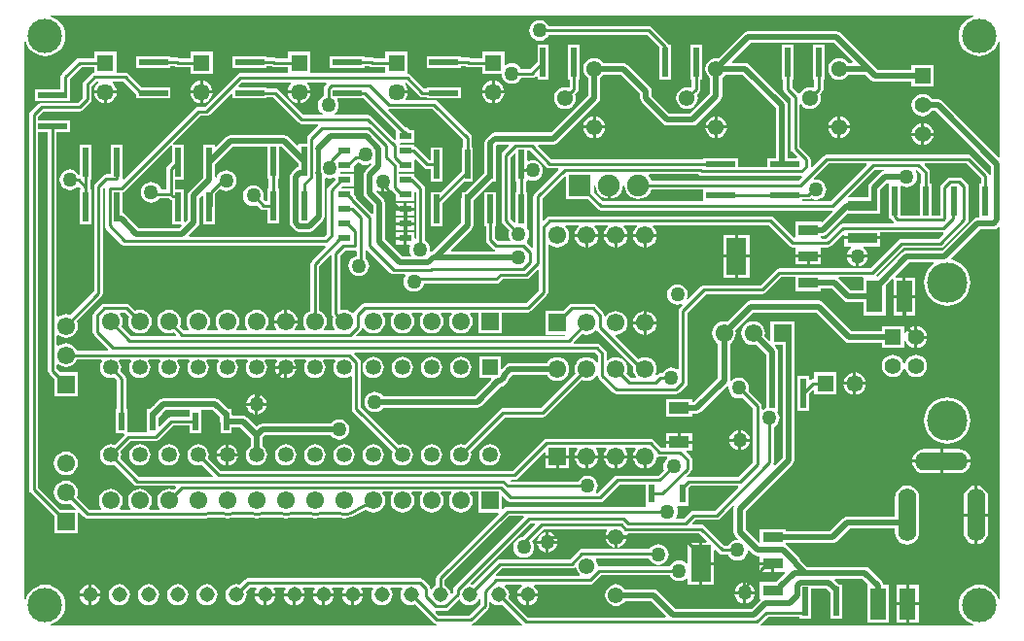
<source format=gbl>
G04*
G04 #@! TF.GenerationSoftware,Altium Limited,Altium Designer,20.2.5 (213)*
G04*
G04 Layer_Physical_Order=2*
G04 Layer_Color=16711680*
%FSLAX25Y25*%
%MOIN*%
G70*
G04*
G04 #@! TF.SameCoordinates,0846BD26-53A7-4D4D-980E-E920FDF7FE47*
G04*
G04*
G04 #@! TF.FilePolarity,Positive*
G04*
G01*
G75*
%ADD15C,0.01000*%
%ADD19R,0.10236X0.03740*%
%ADD29O,0.06299X0.18110*%
%ADD30O,0.18110X0.06299*%
%ADD31R,0.05591X0.05591*%
%ADD32C,0.05591*%
%ADD33C,0.13780*%
%ADD34C,0.06102*%
%ADD35R,0.06102X0.06102*%
%ADD36C,0.05709*%
%ADD37R,0.05709X0.05709*%
%ADD38C,0.07480*%
%ADD39R,0.07480X0.07480*%
%ADD40R,0.06102X0.06102*%
%ADD43R,0.05709X0.05709*%
%ADD48C,0.02000*%
%ADD49C,0.05158*%
%ADD50C,0.05433*%
%ADD51C,0.05315*%
%ADD52R,0.05315X0.05315*%
%ADD53C,0.11811*%
%ADD54C,0.05512*%
%ADD55R,0.05512X0.05512*%
%ADD56C,0.05000*%
%ADD57R,0.01968X0.06299*%
%ADD58R,0.04409X0.02284*%
%ADD59R,0.01968X0.09843*%
%ADD60R,0.06929X0.12559*%
%ADD61R,0.06929X0.03701*%
%ADD62R,0.09843X0.01968*%
%ADD63R,0.07087X0.03937*%
%ADD64R,0.05512X0.11024*%
%ADD65C,0.01500*%
G36*
X326814Y210569D02*
X326085Y210348D01*
X324885Y209706D01*
X323834Y208844D01*
X322971Y207792D01*
X322329Y206592D01*
X321935Y205291D01*
X321801Y203937D01*
X321935Y202583D01*
X322329Y201282D01*
X322971Y200082D01*
X323834Y199030D01*
X324885Y198168D01*
X326085Y197526D01*
X327386Y197131D01*
X328740Y196998D01*
X330094Y197131D01*
X331396Y197526D01*
X332595Y198168D01*
X333647Y199030D01*
X334510Y200082D01*
X335151Y201282D01*
X335372Y202011D01*
X335872Y201937D01*
Y162565D01*
X335410Y162374D01*
X316113Y181670D01*
X315452Y182112D01*
X314672Y182268D01*
X312535D01*
X312044Y182907D01*
X311260Y183509D01*
X310346Y183888D01*
X309366Y184017D01*
X308385Y183888D01*
X307471Y183509D01*
X306687Y182907D01*
X306085Y182123D01*
X305706Y181209D01*
X305577Y180228D01*
X305706Y179248D01*
X306085Y178334D01*
X306687Y177550D01*
X307471Y176948D01*
X308385Y176569D01*
X309366Y176440D01*
X310346Y176569D01*
X311260Y176948D01*
X312044Y177550D01*
X312535Y178189D01*
X313827D01*
X332862Y159154D01*
Y156414D01*
X332362Y156365D01*
X332319Y156585D01*
X331987Y157081D01*
X326322Y162747D01*
X325826Y163078D01*
X325240Y163195D01*
X276457D01*
X275871Y163078D01*
X275375Y162747D01*
X271507Y158879D01*
X271279Y158931D01*
X271020Y159098D01*
Y161510D01*
X270903Y162095D01*
X270571Y162591D01*
X267232Y165931D01*
Y180365D01*
X267732Y180534D01*
X268121Y180026D01*
X268898Y179431D01*
X269802Y179056D01*
X270772Y178929D01*
X271742Y179056D01*
X272646Y179431D01*
X273423Y180026D01*
X274018Y180803D01*
X274393Y181707D01*
X274520Y182677D01*
X274393Y183647D01*
X274250Y183992D01*
X274900Y184643D01*
X275232Y185139D01*
X275348Y185724D01*
Y188961D01*
X275803D01*
Y200803D01*
X271834D01*
Y188961D01*
X272289D01*
Y186606D01*
X271829Y186262D01*
X271742Y186298D01*
X270772Y186426D01*
X269802Y186298D01*
X268898Y185924D01*
X268121Y185328D01*
X267526Y184552D01*
X267374Y184185D01*
X266810Y184130D01*
X266784Y184168D01*
X264718Y186233D01*
Y188961D01*
X265173D01*
Y200803D01*
X261205D01*
Y188961D01*
X261660D01*
Y185600D01*
X261776Y185015D01*
X262108Y184519D01*
X264173Y182453D01*
Y165298D01*
X264289Y164712D01*
X264621Y164216D01*
X266352Y162486D01*
X266160Y162024D01*
X263244D01*
Y180134D01*
X263244Y180134D01*
X263089Y180914D01*
X262647Y181576D01*
X262647Y181576D01*
X250103Y194119D01*
X249442Y194561D01*
X248661Y194716D01*
X244238D01*
X244046Y195178D01*
X250371Y201503D01*
X279062D01*
X285387Y195178D01*
X285195Y194716D01*
X283892D01*
X283423Y195328D01*
X282646Y195923D01*
X281742Y196298D01*
X280772Y196426D01*
X279802Y196298D01*
X278898Y195923D01*
X278121Y195328D01*
X277526Y194552D01*
X277151Y193647D01*
X277023Y192677D01*
X277151Y191707D01*
X277526Y190803D01*
X278121Y190026D01*
X278898Y189431D01*
X279802Y189056D01*
X280772Y188929D01*
X281742Y189056D01*
X282646Y189431D01*
X283423Y190026D01*
X283892Y190638D01*
X289927D01*
X291779Y188786D01*
X292440Y188344D01*
X293221Y188189D01*
X305610D01*
Y186472D01*
X313122D01*
Y193984D01*
X305610D01*
Y192268D01*
X294065D01*
X292214Y194119D01*
X281349Y204984D01*
X280687Y205426D01*
X279907Y205581D01*
X249526D01*
X248746Y205426D01*
X248084Y204984D01*
X248084Y204984D01*
X239426Y196325D01*
X238661Y196426D01*
X237691Y196298D01*
X236787Y195923D01*
X236011Y195328D01*
X235415Y194552D01*
X235040Y193647D01*
X234913Y192677D01*
X235040Y191707D01*
X235415Y190803D01*
X236011Y190026D01*
X236622Y189557D01*
Y184259D01*
X229730Y177367D01*
X222664D01*
X216606Y183425D01*
Y184961D01*
X216451Y185741D01*
X216009Y186403D01*
X208292Y194119D01*
X207631Y194561D01*
X206850Y194716D01*
X199970D01*
X199501Y195328D01*
X198725Y195923D01*
X197821Y196298D01*
X196850Y196426D01*
X195880Y196298D01*
X194976Y195923D01*
X194200Y195328D01*
X193604Y194552D01*
X193229Y193647D01*
X193102Y192677D01*
X193229Y191707D01*
X193604Y190803D01*
X194200Y190026D01*
X194811Y189557D01*
Y183522D01*
X182092Y170803D01*
X162803D01*
X162022Y170648D01*
X161361Y170206D01*
X159778Y168623D01*
X159336Y167962D01*
X159181Y167182D01*
Y159842D01*
Y156919D01*
X152672Y150409D01*
X151362D01*
Y148476D01*
X151307Y148200D01*
Y144488D01*
Y139845D01*
X141450Y129987D01*
X140930Y129884D01*
X140468Y130176D01*
X140538Y130708D01*
X140418Y131622D01*
X140065Y132474D01*
X139504Y133205D01*
X138859Y133700D01*
Y151471D01*
X138742Y152056D01*
X138411Y152552D01*
X135413Y155550D01*
X135252Y155658D01*
Y156610D01*
X129872D01*
Y157327D01*
X135252D01*
Y161347D01*
X135752Y161554D01*
X138545Y158761D01*
X139041Y158429D01*
X139626Y158313D01*
X140732D01*
Y153921D01*
X144701D01*
Y165764D01*
X140732D01*
Y161438D01*
X140232Y161399D01*
X136081Y165550D01*
X135585Y165882D01*
X135252Y165948D01*
Y166610D01*
X130204D01*
X130075Y166827D01*
X130358Y167327D01*
X135252D01*
Y171610D01*
X133465D01*
X133460Y171634D01*
X133129Y172130D01*
X132633Y172462D01*
X132155Y172557D01*
X126289Y178423D01*
X126535Y178884D01*
X126600Y178871D01*
X141367D01*
X151817Y168420D01*
Y165764D01*
X151362D01*
Y157608D01*
X144163Y150409D01*
X140732D01*
Y138567D01*
X144701D01*
Y146621D01*
X152001Y153921D01*
X155331D01*
Y165764D01*
X154876D01*
Y169054D01*
X154759Y169639D01*
X154428Y170135D01*
X143081Y181481D01*
X142585Y181813D01*
X142000Y181929D01*
X132447D01*
X132201Y182429D01*
X132501Y182820D01*
X132889Y183758D01*
X132956Y184264D01*
X129134D01*
Y185264D01*
X132956D01*
X132889Y185770D01*
X132501Y186708D01*
X132038Y187310D01*
X132217Y187850D01*
X132220Y187853D01*
X132399Y187887D01*
X136919Y183367D01*
X137415Y183036D01*
X138000Y182919D01*
X139354D01*
Y182465D01*
X151197D01*
Y186433D01*
X139354D01*
Y185978D01*
X138634D01*
X133930Y190681D01*
X133434Y191013D01*
X132988Y191102D01*
Y198618D01*
X125279D01*
Y196293D01*
X121382D01*
X121085Y196492D01*
X120500Y196608D01*
X118166D01*
Y197063D01*
X106323D01*
Y193094D01*
X118166D01*
Y193549D01*
X119933D01*
X120229Y193351D01*
X120815Y193234D01*
X125279D01*
Y191129D01*
X99524D01*
Y198618D01*
X91815D01*
Y196293D01*
X87882D01*
X87585Y196492D01*
X87000Y196608D01*
X84662D01*
Y197063D01*
X72819D01*
Y193094D01*
X84662D01*
Y193549D01*
X86433D01*
X86730Y193351D01*
X87315Y193234D01*
X91815D01*
Y191129D01*
X75500D01*
X74915Y191013D01*
X74419Y190681D01*
X63367Y179629D01*
X61300D01*
X60715Y179513D01*
X60219Y179181D01*
X35752Y154715D01*
X35252Y154922D01*
Y166551D01*
X31284D01*
Y156497D01*
X29616D01*
X29031Y156381D01*
X28535Y156049D01*
X25819Y153333D01*
X25487Y152837D01*
X25371Y152252D01*
Y116235D01*
X17319Y108183D01*
X16806Y108396D01*
X15748Y108535D01*
X14690Y108396D01*
X13705Y107988D01*
X13129Y107546D01*
X12629Y107793D01*
Y171047D01*
X17021D01*
Y175016D01*
X6254D01*
Y176184D01*
X8097Y178027D01*
X20453D01*
X21038Y178143D01*
X21534Y178475D01*
X24122Y181063D01*
X24453Y181559D01*
X24570Y182144D01*
Y186578D01*
X26245Y188252D01*
X26704Y188202D01*
X26857Y187754D01*
X26542Y187513D01*
X25925Y186708D01*
X25536Y185770D01*
X25470Y185264D01*
X29291D01*
X33113D01*
X33046Y185770D01*
X32658Y186708D01*
X32040Y187513D01*
X31704Y187771D01*
X31874Y188271D01*
X35566D01*
X39748Y184089D01*
Y182465D01*
X51591D01*
Y186433D01*
X41730D01*
X37281Y190881D01*
X36785Y191213D01*
X36200Y191329D01*
X33146D01*
Y198618D01*
X25437D01*
Y196293D01*
X20415D01*
X19829Y196177D01*
X19333Y195845D01*
X14440Y190952D01*
X14108Y190456D01*
X13992Y189870D01*
Y185645D01*
X5179D01*
Y181677D01*
X17021D01*
Y183998D01*
X17051Y184145D01*
Y189237D01*
X21048Y193234D01*
X25437D01*
Y191291D01*
X25044Y191213D01*
X24548Y190881D01*
X21959Y188293D01*
X21628Y187796D01*
X21511Y187211D01*
Y182778D01*
X19819Y181086D01*
X7464D01*
X6878Y180969D01*
X6382Y180638D01*
X3643Y177899D01*
X3311Y177402D01*
X3195Y176817D01*
Y173031D01*
X3195Y48268D01*
X3311Y47683D01*
X3643Y47186D01*
X11697Y39132D01*
Y33193D01*
X19799D01*
Y40377D01*
X20261Y40568D01*
X21718Y39111D01*
X21718Y39111D01*
X22011Y38818D01*
X22280Y38639D01*
X22507Y38487D01*
X22507Y38487D01*
X22507Y38487D01*
X22801Y38429D01*
X23092Y38371D01*
X23921D01*
X23922Y38371D01*
X23922Y38371D01*
X61108Y38408D01*
X61115Y38409D01*
X61370Y38434D01*
X61480Y38419D01*
X66544Y38734D01*
X69225D01*
X69916Y38525D01*
X71102Y38408D01*
X72289Y38525D01*
X72980Y38734D01*
X79224D01*
X79916Y38525D01*
X81102Y38408D01*
X82289Y38525D01*
X82980Y38734D01*
X89224D01*
X89916Y38525D01*
X91102Y38408D01*
X92289Y38525D01*
X92980Y38734D01*
X99225D01*
X99916Y38525D01*
X101102Y38408D01*
X102289Y38525D01*
X102980Y38734D01*
X109224D01*
X109916Y38525D01*
X111102Y38408D01*
X112289Y38525D01*
X113429Y38871D01*
X113742Y39038D01*
X113870Y39074D01*
X118452Y41416D01*
X119059Y40949D01*
X120045Y40541D01*
X121102Y40402D01*
X122160Y40541D01*
X123145Y40949D01*
X123992Y41599D01*
X124641Y42445D01*
X125049Y43431D01*
X125189Y44488D01*
X125049Y45546D01*
X124641Y46531D01*
X124274Y47010D01*
X124520Y47510D01*
X127684D01*
X127931Y47010D01*
X127564Y46531D01*
X127155Y45546D01*
X127016Y44488D01*
X127155Y43431D01*
X127564Y42445D01*
X128213Y41599D01*
X129059Y40949D01*
X130045Y40541D01*
X131102Y40402D01*
X132160Y40541D01*
X133145Y40949D01*
X133992Y41599D01*
X134641Y42445D01*
X135049Y43431D01*
X135188Y44488D01*
X135049Y45546D01*
X134641Y46531D01*
X134274Y47010D01*
X134520Y47510D01*
X137684D01*
X137931Y47010D01*
X137564Y46531D01*
X137155Y45546D01*
X137016Y44488D01*
X137155Y43431D01*
X137564Y42445D01*
X138213Y41599D01*
X139059Y40949D01*
X140045Y40541D01*
X141102Y40402D01*
X142160Y40541D01*
X143146Y40949D01*
X143992Y41599D01*
X144641Y42445D01*
X145049Y43431D01*
X145188Y44488D01*
X145049Y45546D01*
X144641Y46531D01*
X144274Y47010D01*
X144520Y47510D01*
X147684D01*
X147931Y47010D01*
X147564Y46531D01*
X147155Y45546D01*
X147016Y44488D01*
X147155Y43431D01*
X147564Y42445D01*
X148213Y41599D01*
X149059Y40949D01*
X150045Y40541D01*
X151102Y40402D01*
X152160Y40541D01*
X153146Y40949D01*
X153992Y41599D01*
X154641Y42445D01*
X155049Y43431D01*
X155189Y44488D01*
X155049Y45546D01*
X154641Y46531D01*
X154274Y47010D01*
X154520Y47510D01*
X157051D01*
Y40437D01*
X163879D01*
X164070Y39975D01*
X143013Y18918D01*
X142682Y18422D01*
X142565Y17836D01*
Y15445D01*
X142290Y15331D01*
X141542Y14757D01*
X141050Y14116D01*
X140583Y14227D01*
X140550Y14245D01*
Y14375D01*
X140434Y14960D01*
X140103Y15456D01*
X138194Y17365D01*
X137698Y17696D01*
X137112Y17813D01*
X78173D01*
X77588Y17696D01*
X77092Y17365D01*
X75304Y15577D01*
X75029Y15691D01*
X74094Y15814D01*
X73160Y15691D01*
X72290Y15331D01*
X71542Y14757D01*
X70969Y14009D01*
X70608Y13139D01*
X70485Y12205D01*
X70608Y11270D01*
X70969Y10400D01*
X71542Y9652D01*
X72290Y9079D01*
X73160Y8718D01*
X74094Y8595D01*
X75029Y8718D01*
X75899Y9079D01*
X76647Y9652D01*
X77220Y10400D01*
X77581Y11270D01*
X77704Y12205D01*
X77581Y13139D01*
X77467Y13414D01*
X78807Y14754D01*
X80975D01*
X81196Y14306D01*
X80968Y14009D01*
X80608Y13139D01*
X80551Y12705D01*
X87638D01*
X87581Y13139D01*
X87221Y14009D01*
X86993Y14306D01*
X87214Y14754D01*
X90974D01*
X91196Y14306D01*
X90969Y14009D01*
X90608Y13139D01*
X90551Y12705D01*
X97638D01*
X97581Y13139D01*
X97220Y14009D01*
X96993Y14306D01*
X97215Y14754D01*
X100975D01*
X101196Y14306D01*
X100969Y14009D01*
X100608Y13139D01*
X100551Y12705D01*
X107638D01*
X107581Y13139D01*
X107220Y14009D01*
X106993Y14306D01*
X107214Y14754D01*
X110975D01*
X111196Y14306D01*
X110968Y14009D01*
X110608Y13139D01*
X110551Y12705D01*
X117638D01*
X117581Y13139D01*
X117220Y14009D01*
X116993Y14306D01*
X117215Y14754D01*
X120975D01*
X121196Y14306D01*
X120968Y14009D01*
X120608Y13139D01*
X120485Y12205D01*
X120608Y11270D01*
X120968Y10400D01*
X121542Y9652D01*
X122290Y9079D01*
X123160Y8718D01*
X124094Y8595D01*
X125029Y8718D01*
X125899Y9079D01*
X126647Y9652D01*
X127220Y10400D01*
X127581Y11270D01*
X127704Y12205D01*
X127581Y13139D01*
X127220Y14009D01*
X126993Y14306D01*
X127215Y14754D01*
X130974D01*
X131196Y14306D01*
X130968Y14009D01*
X130608Y13139D01*
X130485Y12205D01*
X130608Y11270D01*
X130968Y10400D01*
X131542Y9652D01*
X132290Y9079D01*
X133160Y8718D01*
X134095Y8595D01*
X135029Y8718D01*
X135304Y8832D01*
X141674Y2462D01*
X142171Y2130D01*
X142678Y2029D01*
X142629Y1529D01*
X10661D01*
X10587Y2029D01*
X11317Y2251D01*
X12517Y2892D01*
X13568Y3755D01*
X14431Y4806D01*
X15072Y6006D01*
X15467Y7308D01*
X15600Y8661D01*
X15467Y10015D01*
X15072Y11317D01*
X14431Y12517D01*
X13568Y13568D01*
X12517Y14431D01*
X11317Y15072D01*
X10015Y15467D01*
X8661Y15600D01*
X7308Y15467D01*
X6006Y15072D01*
X4806Y14431D01*
X3755Y13568D01*
X2892Y12517D01*
X2251Y11317D01*
X2029Y10587D01*
X1529Y10661D01*
Y201937D01*
X2029Y202011D01*
X2251Y201282D01*
X2892Y200082D01*
X3755Y199030D01*
X4806Y198168D01*
X6006Y197526D01*
X7308Y197131D01*
X8661Y196998D01*
X10015Y197131D01*
X11317Y197526D01*
X12517Y198168D01*
X13568Y199030D01*
X14431Y200082D01*
X15072Y201282D01*
X15467Y202583D01*
X15600Y203937D01*
X15467Y205291D01*
X15072Y206592D01*
X14431Y207792D01*
X13568Y208844D01*
X12517Y209706D01*
X11317Y210348D01*
X10587Y210569D01*
X10661Y211069D01*
X326740D01*
X326814Y210569D01*
D02*
G37*
G36*
X105146Y187609D02*
X104619Y187081D01*
X104287Y186585D01*
X104171Y186000D01*
Y183355D01*
X103935Y183257D01*
X103204Y182696D01*
X102643Y181965D01*
X102290Y181114D01*
X102170Y180200D01*
X102290Y179286D01*
X102643Y178435D01*
X103204Y177704D01*
X103692Y177329D01*
X103522Y176829D01*
X97282D01*
X88581Y185530D01*
X88085Y185862D01*
X87500Y185978D01*
X84662D01*
Y186433D01*
X75149D01*
X74958Y186895D01*
X76134Y188071D01*
X92870D01*
X93030Y187597D01*
X92920Y187513D01*
X92302Y186708D01*
X91914Y185770D01*
X91847Y185264D01*
X95669D01*
X99491D01*
X99424Y185770D01*
X99036Y186708D01*
X98418Y187513D01*
X98308Y187597D01*
X98469Y188071D01*
X104954D01*
X105146Y187609D01*
D02*
G37*
G36*
X259166Y179289D02*
Y162024D01*
X256283D01*
Y159029D01*
X246079D01*
Y162024D01*
X234236D01*
Y161569D01*
X182194D01*
X177500Y166262D01*
X177692Y166725D01*
X182937D01*
X183717Y166880D01*
X184379Y167322D01*
X198292Y181235D01*
X198734Y181897D01*
X198890Y182677D01*
Y189557D01*
X199501Y190026D01*
X199970Y190638D01*
X206006D01*
X212528Y184116D01*
Y182580D01*
X212683Y181800D01*
X213125Y181139D01*
X220378Y173886D01*
X221039Y173444D01*
X221819Y173289D01*
X230575D01*
X231355Y173444D01*
X232017Y173886D01*
X240103Y181972D01*
X240545Y182634D01*
X240701Y183414D01*
X240701Y183414D01*
Y189557D01*
X241312Y190026D01*
X241781Y190638D01*
X247817D01*
X259166Y179289D01*
D02*
G37*
G36*
X128842Y171543D02*
Y168554D01*
X128381Y168363D01*
X120362Y176381D01*
X119866Y176713D01*
X119281Y176829D01*
X107878D01*
X107708Y177329D01*
X108196Y177704D01*
X108757Y178435D01*
X109110Y179286D01*
X109230Y180200D01*
X109110Y181114D01*
X108757Y181965D01*
X108718Y182016D01*
X108939Y182465D01*
X117921D01*
X128842Y171543D01*
D02*
G37*
G36*
X72819Y184103D02*
Y182465D01*
X84662D01*
Y182919D01*
X86866D01*
X95567Y174219D01*
X96064Y173887D01*
X96649Y173771D01*
X102112D01*
X102160Y173708D01*
X102297Y173271D01*
X98860Y169833D01*
X98528Y169337D01*
X98412Y168752D01*
Y166945D01*
X95457D01*
Y166545D01*
X94995Y166354D01*
X92007Y169342D01*
X91345Y169784D01*
X90565Y169939D01*
X72128D01*
X71348Y169784D01*
X70687Y169342D01*
X67305Y165960D01*
X66843Y166151D01*
Y166551D01*
X62874D01*
Y160906D01*
X62819Y160630D01*
Y155403D01*
X58058Y150642D01*
X57616Y149980D01*
X57461Y149200D01*
Y140845D01*
X56675Y140058D01*
X56213Y140250D01*
Y151197D01*
X53273D01*
Y154709D01*
X56213D01*
Y166551D01*
X52621D01*
X52414Y167051D01*
X61933Y176571D01*
X64000D01*
X64585Y176687D01*
X65081Y177019D01*
X72357Y184294D01*
X72819Y184103D01*
D02*
G37*
G36*
X232619Y156419D02*
X233115Y156087D01*
X233700Y155971D01*
X267892D01*
X268059Y155711D01*
X268111Y155483D01*
X266914Y154285D01*
X216466D01*
X216109Y155147D01*
X215477Y155971D01*
X215695Y156471D01*
X232566D01*
X232619Y156419D01*
D02*
G37*
G36*
X180479Y158958D02*
X180975Y158626D01*
X181561Y158510D01*
X184394D01*
X184585Y158048D01*
X176427Y149890D01*
X176096Y149394D01*
X175979Y148809D01*
Y131494D01*
X175517Y131302D01*
X173751Y133069D01*
X173714Y133113D01*
X173669Y133729D01*
X174057Y134235D01*
X174410Y135086D01*
X174530Y136000D01*
X174410Y136914D01*
X174057Y137765D01*
X173826Y138067D01*
X173835Y138567D01*
X173835Y138567D01*
X173835Y138567D01*
Y150409D01*
X173380D01*
Y153921D01*
X173835D01*
Y154243D01*
X174335Y154577D01*
X174786Y154390D01*
X175700Y154270D01*
X176614Y154390D01*
X177465Y154743D01*
X178196Y155304D01*
X178757Y156035D01*
X179110Y156886D01*
X179230Y157800D01*
X179110Y158714D01*
X178757Y159565D01*
X178196Y160296D01*
X177465Y160857D01*
X176614Y161210D01*
X175700Y161330D01*
X174786Y161210D01*
X174335Y161023D01*
X173835Y161357D01*
Y164734D01*
X174703D01*
X180479Y158958D01*
D02*
G37*
G36*
X308904Y156534D02*
Y153165D01*
X308449D01*
Y142329D01*
X301787D01*
Y152322D01*
X301906Y152381D01*
X302287Y152521D01*
X303086Y152190D01*
X304000Y152070D01*
X304914Y152190D01*
X305765Y152543D01*
X306496Y153104D01*
X307057Y153835D01*
X307410Y154686D01*
X307530Y155600D01*
X307410Y156514D01*
X307057Y157365D01*
X307296Y157875D01*
X307533Y157904D01*
X308904Y156534D01*
D02*
G37*
G36*
X52244Y166174D02*
Y160809D01*
X50663Y159227D01*
X50331Y158731D01*
X50215Y158146D01*
Y151227D01*
X48404D01*
X48057Y152065D01*
X47496Y152796D01*
X46765Y153357D01*
X45914Y153710D01*
X45000Y153830D01*
X44086Y153710D01*
X43235Y153357D01*
X42504Y152796D01*
X41943Y152065D01*
X41590Y151214D01*
X41470Y150300D01*
X41590Y149386D01*
X41943Y148535D01*
X42504Y147804D01*
X43235Y147243D01*
X44086Y146890D01*
X45000Y146770D01*
X45914Y146890D01*
X46765Y147243D01*
X47496Y147804D01*
X47776Y148169D01*
X51111D01*
X51249Y148031D01*
X51745Y147699D01*
X52244Y147600D01*
Y139354D01*
X55317D01*
X55509Y138892D01*
X54655Y138039D01*
X40845D01*
X36142Y142742D01*
X35480Y143184D01*
X35307Y143219D01*
Y145276D01*
X35252Y145552D01*
Y150238D01*
X35482Y150284D01*
X35978Y150616D01*
X51744Y166381D01*
X52244Y166174D01*
D02*
G37*
G36*
X124843Y150425D02*
X125256Y150480D01*
X126108Y150832D01*
X126564Y151182D01*
X127211Y151114D01*
X127261Y151038D01*
X128842Y149457D01*
Y147327D01*
X135252D01*
Y150183D01*
X135752Y150450D01*
X135800Y150418D01*
Y134455D01*
X135752Y134429D01*
X135252Y134729D01*
Y136610D01*
X132547D01*
Y134469D01*
Y132327D01*
X133440D01*
X133717Y131911D01*
X133598Y131622D01*
X133477Y130708D01*
X133598Y129795D01*
X133950Y128943D01*
X134140Y128696D01*
X133919Y128248D01*
X131039D01*
X125129Y134157D01*
Y146751D01*
X125129Y146751D01*
X124974Y147532D01*
X124532Y148193D01*
X124532Y148193D01*
X122296Y150430D01*
X122577Y150832D01*
X123429Y150480D01*
X123843Y150425D01*
Y153890D01*
X124843D01*
Y150425D01*
D02*
G37*
G36*
X296073Y157571D02*
X295637Y157484D01*
X294976Y157042D01*
X291411Y153477D01*
X290969Y152816D01*
X290814Y152035D01*
Y148539D01*
X284156D01*
X283964Y149001D01*
X293034Y158071D01*
X296024D01*
X296073Y157571D01*
D02*
G37*
G36*
X202469Y148041D02*
X203206Y148138D01*
X204359Y148616D01*
X205349Y149375D01*
X206109Y150365D01*
X206587Y151519D01*
X206716Y152504D01*
X207221D01*
X207350Y151519D01*
X207828Y150365D01*
X208588Y149375D01*
X209578Y148616D01*
X210731Y148138D01*
X211969Y147975D01*
X213206Y148138D01*
X214359Y148616D01*
X215349Y149375D01*
X216109Y150365D01*
X216466Y151227D01*
X234236D01*
Y147425D01*
X233859Y147129D01*
X199758D01*
X196709Y150179D01*
Y152562D01*
X197209Y152595D01*
X197351Y151519D01*
X197828Y150365D01*
X198588Y149375D01*
X199578Y148616D01*
X200731Y148138D01*
X201469Y148041D01*
Y152756D01*
X202469D01*
Y148041D01*
D02*
G37*
G36*
X290311Y159674D02*
X277766Y147129D01*
X268575D01*
X268191Y147500D01*
X268215Y147880D01*
X270300D01*
X270885Y147997D01*
X271121Y148154D01*
X271135Y148143D01*
X271986Y147790D01*
X272900Y147670D01*
X273814Y147790D01*
X274665Y148143D01*
X275396Y148704D01*
X275957Y149435D01*
X276310Y150286D01*
X276430Y151200D01*
X276310Y152114D01*
X275957Y152965D01*
X275396Y153696D01*
X274665Y154257D01*
X273814Y154610D01*
X272900Y154730D01*
X272314Y154653D01*
X272081Y155127D01*
X277090Y160136D01*
X290120D01*
X290311Y159674D01*
D02*
G37*
G36*
X95386Y160195D02*
Y159017D01*
X95220Y158984D01*
X94558Y158542D01*
X94558Y158542D01*
X93015Y156999D01*
X92573Y156337D01*
X92418Y155557D01*
Y139920D01*
X92573Y139139D01*
X93015Y138478D01*
X94186Y137306D01*
X94186Y137306D01*
X94848Y136864D01*
X95628Y136709D01*
X99254D01*
X100034Y136864D01*
X100696Y137306D01*
X103883Y140494D01*
X103883Y140494D01*
X104325Y141155D01*
X104480Y141936D01*
X104480Y141936D01*
Y155036D01*
X104896Y155314D01*
X105286Y155152D01*
X106200Y155032D01*
X107114Y155152D01*
X107555Y155335D01*
X108055Y155001D01*
Y154490D01*
X105619Y152053D01*
X105287Y151557D01*
X105171Y150972D01*
Y135933D01*
X104267Y135029D01*
X58066D01*
X57875Y135491D01*
X60942Y138558D01*
X61384Y139220D01*
X61539Y140000D01*
Y148355D01*
X62412Y149228D01*
X62874Y149037D01*
Y139354D01*
X66843D01*
Y145612D01*
X66872Y145760D01*
Y149681D01*
X68663Y151472D01*
X68949Y151253D01*
X69800Y150900D01*
X70714Y150780D01*
X71627Y150900D01*
X72479Y151253D01*
X73210Y151814D01*
X73771Y152545D01*
X74124Y153396D01*
X74244Y154310D01*
X74124Y155224D01*
X73771Y156075D01*
X73210Y156806D01*
X72479Y157367D01*
X71627Y157720D01*
X70714Y157840D01*
X69800Y157720D01*
X68949Y157367D01*
X68217Y156806D01*
X67656Y156075D01*
X67398Y155450D01*
X66898Y155550D01*
Y159785D01*
X72973Y165861D01*
X84827D01*
Y155103D01*
X85282D01*
Y151591D01*
X84827D01*
Y147199D01*
X84138D01*
X83316Y148021D01*
X83414Y148257D01*
X83534Y149170D01*
X83414Y150084D01*
X83061Y150935D01*
X82500Y151667D01*
X81769Y152228D01*
X80917Y152580D01*
X80004Y152701D01*
X79090Y152580D01*
X78239Y152228D01*
X77508Y151667D01*
X76947Y150935D01*
X76594Y150084D01*
X76474Y149170D01*
X76594Y148257D01*
X76947Y147405D01*
X77508Y146674D01*
X78239Y146113D01*
X79090Y145761D01*
X80004Y145640D01*
X80917Y145761D01*
X81153Y145858D01*
X82423Y144588D01*
X82920Y144256D01*
X83505Y144140D01*
X84827D01*
Y139748D01*
X88795D01*
Y151591D01*
X88340D01*
Y155103D01*
X88795D01*
Y165861D01*
X89720D01*
X95386Y160195D01*
D02*
G37*
G36*
X115904Y160691D02*
X116635Y160130D01*
X117487Y159777D01*
X118401Y159657D01*
X119314Y159777D01*
X120166Y160130D01*
X120259Y160202D01*
X120589Y159825D01*
X118401Y157636D01*
X117958Y156975D01*
X117803Y156194D01*
Y149999D01*
X117958Y149219D01*
X118401Y148557D01*
X121051Y145907D01*
Y143116D01*
X120551Y142909D01*
X115195Y148265D01*
X115113Y148677D01*
X114781Y149173D01*
X114464Y149490D01*
Y151610D01*
X110439D01*
X110194Y152110D01*
X110362Y152327D01*
X114464D01*
Y156610D01*
X110028D01*
X109728Y157110D01*
X109844Y157327D01*
X114464D01*
Y159447D01*
X115720Y160703D01*
X115904Y160691D01*
D02*
G37*
G36*
X329376Y155367D02*
Y153165D01*
X328921D01*
Y141678D01*
X328280D01*
X328280Y141678D01*
X327500Y141522D01*
X326838Y141080D01*
X316128Y130370D01*
X303922D01*
X303922Y130370D01*
X303141Y130215D01*
X302480Y129773D01*
X302480Y129773D01*
X293961Y121254D01*
X293775Y121291D01*
X293610Y121834D01*
X302962Y131186D01*
X315505D01*
X316091Y131302D01*
X316587Y131634D01*
X324704Y139751D01*
X325035Y140247D01*
X325151Y140832D01*
Y152178D01*
X325035Y152763D01*
X324704Y153259D01*
X323046Y154916D01*
X322550Y155248D01*
X321965Y155364D01*
X318788D01*
X318203Y155248D01*
X317707Y154916D01*
X315891Y153101D01*
X315560Y152605D01*
X315443Y152020D01*
Y142329D01*
X312417D01*
Y153165D01*
X311962D01*
Y157167D01*
X311846Y157752D01*
X311514Y158248D01*
X310089Y159674D01*
X310280Y160136D01*
X324607D01*
X329376Y155367D01*
D02*
G37*
G36*
X187228Y155712D02*
Y148016D01*
X194546D01*
X198043Y144519D01*
X198539Y144187D01*
X199125Y144071D01*
X278378D01*
X278423Y144021D01*
X278619Y143604D01*
X275084Y140069D01*
X274642Y140252D01*
Y140252D01*
X265713D01*
Y134957D01*
X265213Y134750D01*
X258381Y141581D01*
X257885Y141913D01*
X257300Y142029D01*
X181600D01*
X181015Y141913D01*
X180519Y141581D01*
X179500Y140563D01*
X179038Y140754D01*
Y148175D01*
X186767Y155904D01*
X187228Y155712D01*
D02*
G37*
G36*
X169866Y163566D02*
Y153921D01*
X170321D01*
Y150409D01*
X169866D01*
Y140004D01*
X169366Y139797D01*
X168065Y141098D01*
Y162418D01*
X169404Y163757D01*
X169866Y163566D01*
D02*
G37*
G36*
X263800Y131837D02*
X264296Y131506D01*
X264881Y131389D01*
X265292D01*
X265713Y131197D01*
X265713Y130889D01*
Y128847D01*
X270177D01*
X274642D01*
Y130889D01*
X274642Y131197D01*
X275062Y131389D01*
X276936D01*
X277521Y131506D01*
X278017Y131837D01*
X282155Y135975D01*
X282617Y135783D01*
Y135146D01*
X288735D01*
X294853D01*
Y136486D01*
X316406D01*
X316457Y136431D01*
X316647Y136019D01*
X314872Y134245D01*
X302329D01*
X301743Y134128D01*
X301247Y133797D01*
X291672Y124221D01*
X260292D01*
X259706Y124105D01*
X259210Y123773D01*
X253867Y118429D01*
X234500D01*
X233915Y118313D01*
X233419Y117981D01*
X228984Y113547D01*
X228560Y113830D01*
X228764Y114323D01*
X228885Y115236D01*
X228764Y116150D01*
X228412Y117001D01*
X227851Y117733D01*
X227119Y118294D01*
X226268Y118646D01*
X225354Y118767D01*
X224441Y118646D01*
X223589Y118294D01*
X222858Y117733D01*
X222297Y117001D01*
X221944Y116150D01*
X221824Y115236D01*
X221944Y114323D01*
X222297Y113471D01*
X222858Y112740D01*
X223589Y112179D01*
X224441Y111827D01*
X225354Y111706D01*
X226268Y111827D01*
X226761Y112030D01*
X227044Y111607D01*
X226219Y110781D01*
X225887Y110285D01*
X225771Y109700D01*
Y89695D01*
X225322Y89474D01*
X225065Y89671D01*
X224214Y90024D01*
X223300Y90144D01*
X222386Y90024D01*
X221535Y89671D01*
X220804Y89110D01*
X220243Y88379D01*
X220145Y88144D01*
X219459D01*
X218874Y88027D01*
X218377Y87696D01*
X218326Y87644D01*
X217902Y87927D01*
X218160Y88549D01*
X218299Y89606D01*
X218160Y90664D01*
X217751Y91650D01*
X217102Y92496D01*
X216256Y93145D01*
X215270Y93553D01*
X214213Y93692D01*
X213155Y93553D01*
X212170Y93145D01*
X211970Y92992D01*
X204002Y100960D01*
X204032Y101020D01*
X204275Y101395D01*
X205270Y101526D01*
X206256Y101934D01*
X207102Y102583D01*
X207751Y103429D01*
X208159Y104415D01*
X208299Y105473D01*
X208159Y106530D01*
X207751Y107516D01*
X207102Y108362D01*
X206256Y109011D01*
X205270Y109420D01*
X204213Y109559D01*
X203155Y109420D01*
X202169Y109011D01*
X201323Y108362D01*
X200829Y107718D01*
X200329Y107888D01*
Y108000D01*
X200213Y108585D01*
X199881Y109081D01*
X197421Y111541D01*
X196925Y111873D01*
X196340Y111989D01*
X189200D01*
X188615Y111873D01*
X188119Y111541D01*
X186101Y109524D01*
X180161D01*
Y101421D01*
X186785D01*
X187052Y100921D01*
X187027Y100884D01*
X115400D01*
X115209Y101346D01*
X116781Y102919D01*
X117113Y103415D01*
X117152Y103613D01*
X117681Y103709D01*
X118213Y103016D01*
X119059Y102367D01*
X120045Y101959D01*
X121102Y101820D01*
X122160Y101959D01*
X123145Y102367D01*
X123992Y103016D01*
X124641Y103863D01*
X125049Y104848D01*
X125189Y105906D01*
X125049Y106963D01*
X124641Y107949D01*
X124126Y108620D01*
X124352Y109120D01*
X127853D01*
X128079Y108620D01*
X127564Y107949D01*
X127155Y106963D01*
X127016Y105906D01*
X127155Y104848D01*
X127564Y103863D01*
X128213Y103016D01*
X129059Y102367D01*
X130045Y101959D01*
X131102Y101820D01*
X132160Y101959D01*
X133145Y102367D01*
X133992Y103016D01*
X134641Y103863D01*
X135049Y104848D01*
X135188Y105906D01*
X135049Y106963D01*
X134641Y107949D01*
X134126Y108620D01*
X134352Y109120D01*
X137853D01*
X138079Y108620D01*
X137564Y107949D01*
X137155Y106963D01*
X137016Y105906D01*
X137155Y104848D01*
X137564Y103863D01*
X138213Y103016D01*
X139059Y102367D01*
X140045Y101959D01*
X141102Y101820D01*
X142160Y101959D01*
X143146Y102367D01*
X143992Y103016D01*
X144641Y103863D01*
X145049Y104848D01*
X145188Y105906D01*
X145049Y106963D01*
X144641Y107949D01*
X144126Y108620D01*
X144352Y109120D01*
X147853D01*
X148079Y108620D01*
X147564Y107949D01*
X147155Y106963D01*
X147016Y105906D01*
X147155Y104848D01*
X147564Y103863D01*
X148213Y103016D01*
X149059Y102367D01*
X150045Y101959D01*
X151102Y101820D01*
X152160Y101959D01*
X153146Y102367D01*
X153992Y103016D01*
X154641Y103863D01*
X155049Y104848D01*
X155189Y105906D01*
X155049Y106963D01*
X154641Y107949D01*
X154126Y108620D01*
X154352Y109120D01*
X157051D01*
Y101854D01*
X165154D01*
Y109120D01*
X174050D01*
X174635Y109237D01*
X175131Y109568D01*
X180590Y115027D01*
X180922Y115523D01*
X181038Y116109D01*
Y132172D01*
X181538Y132418D01*
X182169Y131934D01*
X183155Y131526D01*
X184213Y131386D01*
X185270Y131526D01*
X186256Y131934D01*
X187102Y132583D01*
X187751Y133430D01*
X188160Y134415D01*
X188299Y135473D01*
X188160Y136530D01*
X187751Y137516D01*
X187102Y138362D01*
X186926Y138497D01*
X187086Y138971D01*
X191339D01*
X191499Y138497D01*
X191323Y138362D01*
X190674Y137516D01*
X190266Y136530D01*
X190192Y135973D01*
X198233D01*
X198160Y136530D01*
X197751Y137516D01*
X197102Y138362D01*
X196926Y138497D01*
X197087Y138971D01*
X201339D01*
X201500Y138497D01*
X201323Y138362D01*
X200674Y137516D01*
X200266Y136530D01*
X200192Y135973D01*
X208233D01*
X208159Y136530D01*
X207751Y137516D01*
X207102Y138362D01*
X206926Y138497D01*
X207086Y138971D01*
X211339D01*
X211500Y138497D01*
X211323Y138362D01*
X210674Y137516D01*
X210266Y136530D01*
X210192Y135973D01*
X218233D01*
X218160Y136530D01*
X217751Y137516D01*
X217102Y138362D01*
X216926Y138497D01*
X217087Y138971D01*
X256666D01*
X263800Y131837D01*
D02*
G37*
G36*
X297674Y153348D02*
X297819Y153061D01*
Y141323D01*
X298450D01*
X298722Y140915D01*
X299592Y140045D01*
X299385Y139545D01*
X282033D01*
X281448Y139429D01*
X280952Y139097D01*
X276303Y134448D01*
X275099D01*
X274642Y134551D01*
Y135363D01*
X275300D01*
X276080Y135518D01*
X276742Y135960D01*
X283581Y142799D01*
X294853D01*
Y146342D01*
X294892Y146539D01*
Y151191D01*
X297115Y153413D01*
X297674Y153348D01*
D02*
G37*
G36*
X167584Y166262D02*
X165454Y164133D01*
X165122Y163637D01*
X165006Y163051D01*
Y140465D01*
X165122Y139879D01*
X165454Y139383D01*
X167688Y137149D01*
X167590Y136914D01*
X167470Y136000D01*
X167590Y135086D01*
X167943Y134235D01*
X168140Y133978D01*
X167919Y133529D01*
X163854D01*
X162750Y134634D01*
Y138567D01*
X163205D01*
Y150409D01*
X159236D01*
Y138567D01*
X159691D01*
Y134000D01*
X159807Y133415D01*
X160139Y132919D01*
X162139Y130919D01*
X162635Y130587D01*
X162876Y130539D01*
X162826Y130039D01*
X147923D01*
X147731Y130501D01*
X154788Y137558D01*
X155230Y138220D01*
X155299Y138567D01*
X155331D01*
Y138724D01*
X155386Y139000D01*
Y144488D01*
Y147355D01*
X161951Y153921D01*
X163205D01*
Y155798D01*
X163260Y156074D01*
Y159842D01*
Y166337D01*
X163647Y166725D01*
X167393D01*
X167584Y166262D01*
D02*
G37*
G36*
X126933Y122627D02*
X127429Y122295D01*
X128015Y122179D01*
X131976D01*
X132197Y121731D01*
X131982Y121450D01*
X131629Y120598D01*
X131509Y119685D01*
X131629Y118771D01*
X131982Y117920D01*
X132543Y117189D01*
X133274Y116628D01*
X134125Y116275D01*
X135039Y116155D01*
X135953Y116275D01*
X136804Y116628D01*
X137535Y117189D01*
X138096Y117920D01*
X138449Y118771D01*
X138472Y118943D01*
X163298D01*
X163883Y119059D01*
X164380Y119391D01*
X165459Y120471D01*
X173485D01*
X174071Y120587D01*
X174567Y120919D01*
X177517Y123869D01*
X177979Y123678D01*
Y116742D01*
X173416Y112179D01*
X118050D01*
X117464Y112063D01*
X116968Y111731D01*
X114619Y109381D01*
X114411Y109070D01*
X114343Y109026D01*
X113890Y108937D01*
X113790Y108950D01*
X113145Y109444D01*
X112160Y109853D01*
X111102Y109992D01*
X110329Y109890D01*
X109829Y110261D01*
Y128593D01*
X111533Y130297D01*
X114965D01*
X115049Y130314D01*
X115435Y129997D01*
Y128475D01*
X115228Y128447D01*
X114377Y128095D01*
X113646Y127534D01*
X113085Y126803D01*
X112732Y125951D01*
X112612Y125038D01*
X112732Y124124D01*
X113085Y123272D01*
X113646Y122541D01*
X114377Y121980D01*
X115228Y121628D01*
X116142Y121507D01*
X117055Y121628D01*
X117907Y121980D01*
X118638Y122541D01*
X119199Y123272D01*
X119552Y124124D01*
X119672Y125038D01*
X119552Y125951D01*
X119199Y126803D01*
X118638Y127534D01*
X118494Y127644D01*
Y130359D01*
X118994Y130566D01*
X126933Y122627D01*
D02*
G37*
G36*
X289158Y121079D02*
Y116606D01*
X284669D01*
X280613Y120662D01*
X280714Y121162D01*
X288692D01*
X289158Y121079D01*
D02*
G37*
G36*
X335872Y138243D02*
Y10662D01*
X335372Y10588D01*
X335151Y11317D01*
X334510Y12517D01*
X333647Y13568D01*
X332595Y14431D01*
X331396Y15072D01*
X330094Y15467D01*
X328740Y15600D01*
X327386Y15467D01*
X326085Y15072D01*
X324885Y14431D01*
X323834Y13568D01*
X322971Y12517D01*
X322329Y11317D01*
X321935Y10015D01*
X321801Y8661D01*
X321935Y7308D01*
X322329Y6006D01*
X322971Y4806D01*
X323834Y3755D01*
X324885Y2892D01*
X326085Y2251D01*
X326814Y2029D01*
X326740Y1529D01*
X254140D01*
X253933Y2029D01*
X256374Y4471D01*
X267110D01*
Y3921D01*
X271079D01*
Y14225D01*
X276416D01*
X277685Y12955D01*
Y9843D01*
X277740Y9566D01*
Y3921D01*
X281709D01*
Y9566D01*
X281764Y9843D01*
Y13800D01*
X281709Y14076D01*
Y15764D01*
X280644D01*
X279203Y17205D01*
X279395Y17667D01*
X288749D01*
X290488Y15928D01*
X290339Y15567D01*
X290339D01*
Y2543D01*
X297850D01*
Y15567D01*
X296062D01*
X295979Y15986D01*
X295536Y16647D01*
X291036Y21148D01*
X290374Y21590D01*
X289594Y21745D01*
X269939D01*
X267620Y24064D01*
X267613Y24100D01*
X267171Y24762D01*
X263033Y28900D01*
X262536Y29232D01*
Y29850D01*
X278500D01*
X279280Y30006D01*
X279942Y30448D01*
X284463Y34969D01*
X299876D01*
Y33627D01*
X300018Y32544D01*
X300436Y31535D01*
X301102Y30668D01*
X301969Y30003D01*
X302978Y29585D01*
X304061Y29442D01*
X305145Y29585D01*
X306154Y30003D01*
X307021Y30668D01*
X307686Y31535D01*
X308104Y32544D01*
X308247Y33627D01*
Y45438D01*
X308104Y46522D01*
X307686Y47531D01*
X307021Y48398D01*
X306154Y49063D01*
X305145Y49481D01*
X304061Y49624D01*
X302978Y49481D01*
X301969Y49063D01*
X301102Y48398D01*
X300436Y47531D01*
X300018Y46522D01*
X299876Y45438D01*
Y39047D01*
X283618D01*
X282838Y38892D01*
X282176Y38450D01*
X277655Y33929D01*
X262536D01*
Y34740D01*
X253606D01*
Y30292D01*
X253145Y30101D01*
X248739Y34506D01*
Y40855D01*
X264864Y56981D01*
X264864Y56981D01*
X265306Y57642D01*
X265462Y58422D01*
Y98746D01*
X265429Y98910D01*
Y99917D01*
X265429Y99917D01*
X265390Y100114D01*
Y106020D01*
X257287D01*
Y99557D01*
X256825Y99365D01*
X255284Y100907D01*
X255286Y100911D01*
X255425Y101968D01*
X255286Y103026D01*
X254877Y104011D01*
X254228Y104858D01*
X253382Y105507D01*
X252396Y105915D01*
X251339Y106054D01*
X250281Y105915D01*
X249295Y105507D01*
X248449Y104858D01*
X247800Y104011D01*
X247392Y103026D01*
X247252Y101968D01*
X247392Y100911D01*
X247800Y99925D01*
X248449Y99079D01*
X249295Y98430D01*
X250281Y98022D01*
X251339Y97882D01*
X252396Y98022D01*
X252400Y98023D01*
X255764Y94659D01*
Y81297D01*
X255819Y81021D01*
Y76166D01*
X255073Y75857D01*
X254829Y75670D01*
X254329Y75916D01*
Y76800D01*
X254213Y77385D01*
X253881Y77881D01*
X249743Y82020D01*
X249841Y82256D01*
X249961Y83169D01*
X249841Y84083D01*
X249488Y84934D01*
X248927Y85665D01*
X248196Y86226D01*
X247344Y86579D01*
X246431Y86699D01*
X245517Y86579D01*
X244666Y86226D01*
X243935Y85665D01*
X243422Y85725D01*
X243378Y85761D01*
Y98428D01*
X243382Y98430D01*
X244228Y99079D01*
X244877Y99925D01*
X245286Y100911D01*
X245425Y101968D01*
X245286Y103026D01*
X245284Y103030D01*
X251315Y109061D01*
X272855D01*
X282768Y99149D01*
X283429Y98707D01*
X284209Y98551D01*
X284209Y98551D01*
X295457D01*
Y96795D01*
X303047D01*
Y99213D01*
X303547Y99313D01*
X303811Y98677D01*
X304419Y97884D01*
X305212Y97275D01*
X306135Y96893D01*
X306626Y96828D01*
Y100591D01*
Y104353D01*
X306135Y104288D01*
X305212Y103906D01*
X304419Y103297D01*
X303811Y102505D01*
X303547Y101868D01*
X303047Y101968D01*
Y104386D01*
X295457D01*
Y102630D01*
X285054D01*
X275142Y112542D01*
X274480Y112984D01*
X273700Y113139D01*
X250470D01*
X249690Y112984D01*
X249028Y112542D01*
X242400Y105914D01*
X242396Y105915D01*
X241339Y106054D01*
X240281Y105915D01*
X239296Y105507D01*
X238449Y104858D01*
X237800Y104011D01*
X237392Y103026D01*
X237252Y101968D01*
X237392Y100911D01*
X237800Y99925D01*
X238449Y99079D01*
X239296Y98430D01*
X239299Y98428D01*
Y86561D01*
X231155Y78417D01*
X230527D01*
Y79347D01*
X221441D01*
Y73409D01*
X230527D01*
Y74339D01*
X232000D01*
X232780Y74494D01*
X233442Y74936D01*
X242506Y84000D01*
X242979Y83766D01*
X242901Y83169D01*
X243021Y82256D01*
X243374Y81404D01*
X243935Y80673D01*
X244666Y80112D01*
X245517Y79759D01*
X246431Y79639D01*
X247344Y79759D01*
X247580Y79857D01*
X251271Y76166D01*
Y57734D01*
X246066Y52529D01*
X229150D01*
X228809Y52461D01*
X228562Y52922D01*
X229955Y54315D01*
X230287Y54811D01*
X230403Y55397D01*
Y58549D01*
X230287Y59134D01*
X229955Y59630D01*
X228449Y61137D01*
X228640Y61598D01*
X230527D01*
Y64067D01*
X225984D01*
X221441D01*
Y62628D01*
X219790D01*
X217179Y65239D01*
X216683Y65571D01*
X216098Y65687D01*
X180540D01*
X179955Y65571D01*
X179459Y65239D01*
X168907Y54687D01*
X68736D01*
X64535Y58888D01*
X64666Y59203D01*
X64791Y60158D01*
X64666Y61112D01*
X64297Y62002D01*
X63711Y62766D01*
X62947Y63352D01*
X62057Y63721D01*
X61102Y63847D01*
X60148Y63721D01*
X59258Y63352D01*
X58494Y62766D01*
X57908Y62002D01*
X57539Y61112D01*
X57413Y60158D01*
X57539Y59203D01*
X57908Y58313D01*
X58494Y57549D01*
X59258Y56963D01*
X60148Y56594D01*
X61102Y56469D01*
X62057Y56594D01*
X62372Y56725D01*
X66066Y53031D01*
X65875Y52569D01*
X40854D01*
X34535Y58888D01*
X34666Y59203D01*
X34791Y60158D01*
X34666Y61112D01*
X34535Y61427D01*
X37897Y64789D01*
X46383D01*
X46968Y64905D01*
X47464Y65237D01*
X52351Y70124D01*
X58055D01*
Y67504D01*
X62024D01*
Y75520D01*
X66084D01*
X68630Y72974D01*
Y71653D01*
X68685Y71377D01*
Y67504D01*
X72654D01*
Y69614D01*
X75533D01*
X79063Y66084D01*
Y63203D01*
X78494Y62766D01*
X77908Y62002D01*
X77539Y61112D01*
X77413Y60158D01*
X77539Y59203D01*
X77908Y58313D01*
X78494Y57549D01*
X79258Y56963D01*
X80148Y56594D01*
X81102Y56469D01*
X82057Y56594D01*
X82947Y56963D01*
X83711Y57549D01*
X84297Y58313D01*
X84666Y59203D01*
X84791Y60158D01*
X84666Y61112D01*
X84297Y62002D01*
X83711Y62766D01*
X83142Y63203D01*
Y66084D01*
X83916Y66859D01*
X106602D01*
X106953Y66401D01*
X107684Y65840D01*
X108535Y65488D01*
X109449Y65367D01*
X110363Y65488D01*
X111214Y65840D01*
X111945Y66401D01*
X112506Y67133D01*
X112859Y67984D01*
X112979Y68898D01*
X112859Y69811D01*
X112506Y70663D01*
X111945Y71394D01*
X111214Y71955D01*
X110363Y72308D01*
X109449Y72428D01*
X108535Y72308D01*
X107684Y71955D01*
X106953Y71394D01*
X106602Y70937D01*
X83071D01*
X82291Y70782D01*
X81629Y70340D01*
X81102Y69813D01*
X77820Y73096D01*
X77158Y73537D01*
X76378Y73693D01*
X72708D01*
Y73819D01*
X72654Y74095D01*
Y75803D01*
X71569D01*
X68371Y79001D01*
X67709Y79443D01*
X66929Y79598D01*
X49080D01*
X48299Y79443D01*
X47638Y79001D01*
X46071Y77435D01*
X45823Y77064D01*
X44563Y75803D01*
X43478D01*
Y74095D01*
X43423Y73819D01*
Y71653D01*
X43478Y71377D01*
Y67848D01*
X37263D01*
X37203Y67836D01*
X36817Y68153D01*
Y75803D01*
X36362D01*
Y86427D01*
X36246Y87013D01*
X35914Y87509D01*
X34535Y88888D01*
X34666Y89203D01*
X34791Y90158D01*
X34666Y91112D01*
X34297Y92002D01*
X33977Y92420D01*
X34223Y92920D01*
X37981D01*
X38228Y92420D01*
X37908Y92002D01*
X37539Y91112D01*
X37413Y90158D01*
X37539Y89203D01*
X37908Y88313D01*
X38494Y87549D01*
X39258Y86963D01*
X40148Y86594D01*
X41102Y86469D01*
X42057Y86594D01*
X42947Y86963D01*
X43711Y87549D01*
X44297Y88313D01*
X44666Y89203D01*
X44791Y90158D01*
X44666Y91112D01*
X44297Y92002D01*
X43977Y92420D01*
X44223Y92920D01*
X47981D01*
X48228Y92420D01*
X47908Y92002D01*
X47539Y91112D01*
X47413Y90158D01*
X47539Y89203D01*
X47908Y88313D01*
X48494Y87549D01*
X49258Y86963D01*
X50148Y86594D01*
X51102Y86469D01*
X52057Y86594D01*
X52947Y86963D01*
X53711Y87549D01*
X54297Y88313D01*
X54666Y89203D01*
X54791Y90158D01*
X54666Y91112D01*
X54297Y92002D01*
X53977Y92420D01*
X54223Y92920D01*
X57981D01*
X58228Y92420D01*
X57908Y92002D01*
X57539Y91112D01*
X57413Y90158D01*
X57539Y89203D01*
X57908Y88313D01*
X58494Y87549D01*
X59258Y86963D01*
X60148Y86594D01*
X61102Y86469D01*
X62057Y86594D01*
X62947Y86963D01*
X63711Y87549D01*
X64297Y88313D01*
X64666Y89203D01*
X64791Y90158D01*
X64666Y91112D01*
X64297Y92002D01*
X63977Y92420D01*
X64223Y92920D01*
X67981D01*
X68228Y92420D01*
X67908Y92002D01*
X67539Y91112D01*
X67413Y90158D01*
X67539Y89203D01*
X67908Y88313D01*
X68494Y87549D01*
X69258Y86963D01*
X70148Y86594D01*
X71102Y86469D01*
X72057Y86594D01*
X72947Y86963D01*
X73711Y87549D01*
X74297Y88313D01*
X74666Y89203D01*
X74791Y90158D01*
X74666Y91112D01*
X74297Y92002D01*
X73977Y92420D01*
X74223Y92920D01*
X77981D01*
X78228Y92420D01*
X77908Y92002D01*
X77539Y91112D01*
X77413Y90158D01*
X77539Y89203D01*
X77908Y88313D01*
X78494Y87549D01*
X79258Y86963D01*
X80148Y86594D01*
X81102Y86469D01*
X82057Y86594D01*
X82947Y86963D01*
X83711Y87549D01*
X84297Y88313D01*
X84666Y89203D01*
X84791Y90158D01*
X84666Y91112D01*
X84297Y92002D01*
X83977Y92420D01*
X84223Y92920D01*
X87981D01*
X88228Y92420D01*
X87908Y92002D01*
X87539Y91112D01*
X87479Y90658D01*
X91102D01*
X94726D01*
X94666Y91112D01*
X94297Y92002D01*
X93977Y92420D01*
X94223Y92920D01*
X97981D01*
X98228Y92420D01*
X97908Y92002D01*
X97539Y91112D01*
X97413Y90158D01*
X97539Y89203D01*
X97908Y88313D01*
X98494Y87549D01*
X99258Y86963D01*
X100148Y86594D01*
X101102Y86469D01*
X102057Y86594D01*
X102947Y86963D01*
X103711Y87549D01*
X104297Y88313D01*
X104666Y89203D01*
X104791Y90158D01*
X104666Y91112D01*
X104297Y92002D01*
X103977Y92420D01*
X104223Y92920D01*
X107981D01*
X108228Y92420D01*
X107908Y92002D01*
X107539Y91112D01*
X107413Y90158D01*
X107539Y89203D01*
X107908Y88313D01*
X108494Y87549D01*
X109258Y86963D01*
X110148Y86594D01*
X111102Y86469D01*
X112057Y86594D01*
X112947Y86963D01*
X113271Y87211D01*
X113771Y86965D01*
Y75960D01*
X113887Y75375D01*
X114219Y74879D01*
X127670Y61427D01*
X127539Y61112D01*
X127413Y60158D01*
X127539Y59203D01*
X127908Y58313D01*
X128494Y57549D01*
X129258Y56963D01*
X130148Y56594D01*
X131102Y56469D01*
X132057Y56594D01*
X132947Y56963D01*
X133711Y57549D01*
X134297Y58313D01*
X134666Y59203D01*
X134791Y60158D01*
X134666Y61112D01*
X134297Y62002D01*
X133711Y62766D01*
X132947Y63352D01*
X132057Y63721D01*
X131102Y63847D01*
X130148Y63721D01*
X129832Y63590D01*
X116829Y76594D01*
Y92000D01*
X116713Y92585D01*
X116381Y93081D01*
X114554Y94909D01*
X114746Y95371D01*
X197066D01*
X198071Y94367D01*
Y92055D01*
X197571Y91885D01*
X197102Y92496D01*
X196256Y93145D01*
X195270Y93553D01*
X194213Y93692D01*
X193155Y93553D01*
X192169Y93145D01*
X191323Y92496D01*
X190674Y91650D01*
X190266Y90664D01*
X190127Y89606D01*
X190266Y88549D01*
X190479Y88035D01*
X178573Y76129D01*
X165545D01*
X164960Y76013D01*
X164463Y75681D01*
X152372Y63590D01*
X152057Y63721D01*
X151102Y63847D01*
X150148Y63721D01*
X149258Y63352D01*
X148494Y62766D01*
X147908Y62002D01*
X147539Y61112D01*
X147413Y60158D01*
X147539Y59203D01*
X147908Y58313D01*
X148494Y57549D01*
X149258Y56963D01*
X150148Y56594D01*
X151102Y56469D01*
X152057Y56594D01*
X152947Y56963D01*
X153711Y57549D01*
X154297Y58313D01*
X154666Y59203D01*
X154791Y60158D01*
X154666Y61112D01*
X154535Y61427D01*
X166178Y73071D01*
X179206D01*
X179791Y73187D01*
X180288Y73519D01*
X192641Y85872D01*
X193155Y85659D01*
X194213Y85520D01*
X195270Y85659D01*
X196256Y86068D01*
X197102Y86717D01*
X197590Y87353D01*
X197592Y87353D01*
X198109Y87208D01*
X198187Y86815D01*
X198519Y86319D01*
X203304Y81533D01*
X203801Y81201D01*
X204386Y81085D01*
X224957D01*
X225542Y81201D01*
X226038Y81533D01*
X228381Y83876D01*
X228713Y84372D01*
X228829Y84957D01*
Y109066D01*
X235134Y115371D01*
X254500D01*
X255085Y115487D01*
X255581Y115819D01*
X260925Y121162D01*
X265713D01*
Y116441D01*
X274642D01*
Y117252D01*
X278255D01*
X282383Y113125D01*
X283044Y112683D01*
X283825Y112528D01*
X289158D01*
Y108055D01*
X296669D01*
Y118195D01*
X298932Y120457D01*
X299394Y120266D01*
Y115067D01*
X302650D01*
Y121079D01*
X300206D01*
X300015Y121541D01*
X304766Y126292D01*
X313005D01*
X313183Y125792D01*
X312189Y124976D01*
X311203Y123775D01*
X310471Y122404D01*
X310020Y120917D01*
X309867Y119370D01*
X310020Y117823D01*
X310471Y116336D01*
X311203Y114965D01*
X312189Y113764D01*
X313391Y112778D01*
X314761Y112046D01*
X316248Y111594D01*
X317795Y111442D01*
X319342Y111594D01*
X320829Y112046D01*
X322200Y112778D01*
X323401Y113764D01*
X324387Y114965D01*
X325120Y116336D01*
X325571Y117823D01*
X325723Y119370D01*
X325571Y120917D01*
X325120Y122404D01*
X324387Y123775D01*
X323401Y124976D01*
X322200Y125962D01*
X320829Y126695D01*
X319370Y127137D01*
X319229Y127384D01*
X319145Y127619D01*
X329125Y137599D01*
X333730D01*
X334510Y137754D01*
X335172Y138197D01*
X335410Y138435D01*
X335872Y138243D01*
D02*
G37*
G36*
X106771Y128523D02*
Y108708D01*
X106887Y108123D01*
X107219Y107627D01*
X107368Y107477D01*
X107156Y106963D01*
X107016Y105906D01*
X107156Y104848D01*
X107564Y103863D01*
X107931Y103384D01*
X107685Y102884D01*
X104520D01*
X104274Y103384D01*
X104641Y103863D01*
X105049Y104848D01*
X105189Y105906D01*
X105049Y106963D01*
X104641Y107949D01*
X103992Y108795D01*
X103146Y109444D01*
X102632Y109657D01*
Y125038D01*
X106309Y128714D01*
X106771Y128523D01*
D02*
G37*
G36*
X29171Y151472D02*
Y138800D01*
X29287Y138215D01*
X29619Y137719D01*
X34919Y132419D01*
X35415Y132087D01*
X36000Y131971D01*
X104532D01*
X104739Y131471D01*
X100021Y126752D01*
X99689Y126256D01*
X99573Y125671D01*
Y109657D01*
X99059Y109444D01*
X98213Y108795D01*
X97564Y107949D01*
X97155Y106963D01*
X97016Y105906D01*
X97155Y104848D01*
X97564Y103863D01*
X97931Y103384D01*
X97685Y102884D01*
X94520D01*
X94274Y103384D01*
X94641Y103863D01*
X95049Y104848D01*
X95123Y105406D01*
X91102D01*
X87082D01*
X87155Y104848D01*
X87564Y103863D01*
X87931Y103384D01*
X87685Y102884D01*
X84520D01*
X84274Y103384D01*
X84641Y103863D01*
X85049Y104848D01*
X85189Y105906D01*
X85049Y106963D01*
X84641Y107949D01*
X83992Y108795D01*
X83145Y109444D01*
X82160Y109853D01*
X81102Y109992D01*
X80045Y109853D01*
X79059Y109444D01*
X78213Y108795D01*
X77564Y107949D01*
X77156Y106963D01*
X77016Y105906D01*
X77156Y104848D01*
X77564Y103863D01*
X77931Y103384D01*
X77684Y102884D01*
X74520D01*
X74274Y103384D01*
X74641Y103863D01*
X75049Y104848D01*
X75188Y105906D01*
X75049Y106963D01*
X74641Y107949D01*
X73992Y108795D01*
X73146Y109444D01*
X72160Y109853D01*
X71102Y109992D01*
X70045Y109853D01*
X69059Y109444D01*
X68213Y108795D01*
X67564Y107949D01*
X67155Y106963D01*
X67016Y105906D01*
X67155Y104848D01*
X67564Y103863D01*
X67931Y103384D01*
X67685Y102884D01*
X64520D01*
X64274Y103384D01*
X64641Y103863D01*
X65049Y104848D01*
X65188Y105906D01*
X65049Y106963D01*
X64641Y107949D01*
X63992Y108795D01*
X63146Y109444D01*
X62160Y109853D01*
X61102Y109992D01*
X60045Y109853D01*
X59059Y109444D01*
X58213Y108795D01*
X57564Y107949D01*
X57156Y106963D01*
X57016Y105906D01*
X57156Y104848D01*
X57564Y103863D01*
X57931Y103384D01*
X57684Y102884D01*
X56287D01*
X54836Y104334D01*
X55049Y104848D01*
X55189Y105906D01*
X55049Y106963D01*
X54641Y107949D01*
X53992Y108795D01*
X53145Y109444D01*
X52160Y109853D01*
X51102Y109992D01*
X50045Y109853D01*
X49059Y109444D01*
X48213Y108795D01*
X47564Y107949D01*
X47155Y106963D01*
X47016Y105906D01*
X47155Y104848D01*
X47564Y103863D01*
X48213Y103016D01*
X49059Y102367D01*
X50045Y101959D01*
X51102Y101820D01*
X52160Y101959D01*
X52674Y102172D01*
X53499Y101346D01*
X53308Y100884D01*
X38287D01*
X34837Y104334D01*
X35049Y104848D01*
X35188Y105906D01*
X35049Y106963D01*
X34641Y107949D01*
X34241Y108471D01*
X34487Y108971D01*
X35875D01*
X37368Y107477D01*
X37156Y106963D01*
X37016Y105906D01*
X37156Y104848D01*
X37564Y103863D01*
X38213Y103016D01*
X39059Y102367D01*
X40045Y101959D01*
X41102Y101820D01*
X42160Y101959D01*
X43145Y102367D01*
X43992Y103016D01*
X44641Y103863D01*
X45049Y104848D01*
X45189Y105906D01*
X45049Y106963D01*
X44641Y107949D01*
X43992Y108795D01*
X43145Y109444D01*
X42160Y109853D01*
X41102Y109992D01*
X40045Y109853D01*
X39531Y109640D01*
X37589Y111581D01*
X37093Y111913D01*
X36508Y112029D01*
X29000D01*
X28415Y111913D01*
X27919Y111581D01*
X25419Y109081D01*
X25087Y108585D01*
X24971Y108000D01*
Y102400D01*
X25087Y101815D01*
X25419Y101319D01*
X30297Y96440D01*
X30105Y95978D01*
X19500D01*
X19287Y96492D01*
X18637Y97338D01*
X17791Y97988D01*
X16806Y98396D01*
X15748Y98535D01*
X14690Y98396D01*
X13705Y97988D01*
X13129Y97546D01*
X12629Y97793D01*
Y101105D01*
X13129Y101352D01*
X13705Y100910D01*
X14690Y100502D01*
X15748Y100363D01*
X16806Y100502D01*
X17791Y100910D01*
X18637Y101560D01*
X19287Y102406D01*
X19695Y103391D01*
X19834Y104449D01*
X19695Y105507D01*
X19482Y106020D01*
X27981Y114520D01*
X28313Y115016D01*
X28429Y115601D01*
Y151505D01*
X28697Y151716D01*
X29171Y151472D01*
D02*
G37*
G36*
X197872Y102765D02*
X200819Y99819D01*
X200819Y99818D01*
X210232Y90405D01*
X210126Y89606D01*
X210266Y88549D01*
X210674Y87563D01*
X211041Y87085D01*
X210795Y86585D01*
X209397D01*
X207947Y88035D01*
X208159Y88549D01*
X208299Y89606D01*
X208159Y90664D01*
X207751Y91650D01*
X207102Y92496D01*
X206256Y93145D01*
X205270Y93553D01*
X204213Y93692D01*
X203155Y93553D01*
X202169Y93145D01*
X201629Y92731D01*
X201129Y92977D01*
Y95000D01*
X201013Y95585D01*
X200681Y96081D01*
X198781Y97981D01*
X198285Y98313D01*
X197700Y98429D01*
X189986D01*
X189794Y98891D01*
X192641Y101739D01*
X193155Y101526D01*
X194213Y101386D01*
X195270Y101526D01*
X196256Y101934D01*
X197102Y102583D01*
X197268Y102799D01*
X197872Y102765D01*
D02*
G37*
G36*
X58055Y73183D02*
X51718D01*
X51133Y73067D01*
X50636Y72735D01*
X47909Y70007D01*
X47447Y70199D01*
Y71377D01*
X47502Y71653D01*
Y72974D01*
X48955Y74428D01*
X48955Y74428D01*
X49203Y74799D01*
X49924Y75520D01*
X58055D01*
Y73183D01*
D02*
G37*
G36*
X9571Y89097D02*
X9687Y88512D01*
X10019Y88016D01*
X11697Y86337D01*
Y80398D01*
X19799D01*
Y88500D01*
X13860D01*
X12629Y89731D01*
Y91105D01*
X13129Y91352D01*
X13705Y90910D01*
X14690Y90502D01*
X15748Y90363D01*
X16806Y90502D01*
X17791Y90910D01*
X18637Y91560D01*
X19287Y92406D01*
X19500Y92920D01*
X27981D01*
X28228Y92420D01*
X27908Y92002D01*
X27539Y91112D01*
X27413Y90158D01*
X27539Y89203D01*
X27908Y88313D01*
X28494Y87549D01*
X29258Y86963D01*
X30148Y86594D01*
X31102Y86469D01*
X32057Y86594D01*
X32372Y86725D01*
X33303Y85794D01*
Y75803D01*
X32848D01*
Y67504D01*
X35579D01*
X35786Y67004D01*
X32372Y63590D01*
X32057Y63721D01*
X31102Y63847D01*
X30148Y63721D01*
X29258Y63352D01*
X28494Y62766D01*
X27908Y62002D01*
X27539Y61112D01*
X27413Y60158D01*
X27539Y59203D01*
X27908Y58313D01*
X28494Y57549D01*
X29258Y56963D01*
X30148Y56594D01*
X31102Y56469D01*
X32057Y56594D01*
X32372Y56725D01*
X39139Y49958D01*
X39635Y49626D01*
X40221Y49510D01*
X53308D01*
X53499Y49048D01*
X52674Y48222D01*
X52160Y48435D01*
X51102Y48574D01*
X50045Y48435D01*
X49059Y48027D01*
X48213Y47377D01*
X47564Y46531D01*
X47155Y45546D01*
X47016Y44488D01*
X47155Y43431D01*
X47564Y42445D01*
X47941Y41953D01*
X47695Y41453D01*
X44508Y41450D01*
X44261Y41950D01*
X44641Y42445D01*
X45049Y43431D01*
X45189Y44488D01*
X45049Y45546D01*
X44641Y46531D01*
X43992Y47377D01*
X43145Y48027D01*
X42160Y48435D01*
X41102Y48574D01*
X40045Y48435D01*
X39059Y48027D01*
X38213Y47377D01*
X37564Y46531D01*
X37156Y45546D01*
X37016Y44488D01*
X37156Y43431D01*
X37564Y42445D01*
X37949Y41943D01*
X37702Y41443D01*
X34500Y41440D01*
X34253Y41940D01*
X34641Y42445D01*
X35049Y43431D01*
X35188Y44488D01*
X35049Y45546D01*
X34641Y46531D01*
X33992Y47377D01*
X33145Y48027D01*
X32160Y48435D01*
X31102Y48574D01*
X30045Y48435D01*
X29059Y48027D01*
X28213Y47377D01*
X27564Y46531D01*
X27156Y45546D01*
X27016Y44488D01*
X27156Y43431D01*
X27564Y42445D01*
X27956Y41933D01*
X27710Y41433D01*
X23919Y41429D01*
X23726D01*
X19482Y45673D01*
X19695Y46187D01*
X19834Y47244D01*
X19695Y48302D01*
X19287Y49287D01*
X18638Y50134D01*
X17791Y50783D01*
X16806Y51191D01*
X15748Y51330D01*
X14691Y51191D01*
X13705Y50783D01*
X12859Y50134D01*
X12210Y49287D01*
X11801Y48302D01*
X11662Y47244D01*
X11801Y46187D01*
X12210Y45201D01*
X12859Y44355D01*
X13705Y43705D01*
X14691Y43297D01*
X15748Y43158D01*
X16806Y43297D01*
X17320Y43510D01*
X19072Y41757D01*
X18881Y41295D01*
X13860D01*
X6254Y48902D01*
X6254Y171047D01*
X9571D01*
Y89097D01*
D02*
G37*
G36*
X211041Y62128D02*
X210674Y61650D01*
X210266Y60664D01*
X210192Y60106D01*
X214213D01*
Y59606D01*
X214713D01*
Y55586D01*
X215270Y55660D01*
X216256Y56068D01*
X217102Y56717D01*
X217751Y57563D01*
X218160Y58549D01*
X218258Y59294D01*
X218344Y59402D01*
X218405Y59452D01*
X218754Y59640D01*
X218787Y59643D01*
X219157Y59569D01*
X221828D01*
X221997Y59069D01*
X221566Y58738D01*
X221005Y58007D01*
X220652Y57156D01*
X220532Y56242D01*
X220652Y55328D01*
X220750Y55092D01*
X218687Y53029D01*
X204742D01*
X204157Y52913D01*
X203661Y52582D01*
X198121Y47042D01*
X197644D01*
X197423Y47491D01*
X197620Y47748D01*
X197973Y48599D01*
X198093Y49513D01*
X197973Y50426D01*
X197620Y51278D01*
X197059Y52009D01*
X196328Y52570D01*
X195476Y52923D01*
X194563Y53043D01*
X193649Y52923D01*
X192798Y52570D01*
X192066Y52009D01*
X191505Y51278D01*
X191408Y51042D01*
X168129D01*
X168071Y51128D01*
X168339Y51628D01*
X169540D01*
X170125Y51745D01*
X170622Y52076D01*
X179700Y61154D01*
X180161Y60963D01*
Y60106D01*
X188264D01*
Y62628D01*
X190795D01*
X191041Y62128D01*
X190674Y61650D01*
X190266Y60664D01*
X190192Y60106D01*
X198233D01*
X198160Y60664D01*
X197751Y61650D01*
X197384Y62128D01*
X197631Y62628D01*
X200795D01*
X201041Y62128D01*
X200674Y61650D01*
X200266Y60664D01*
X200192Y60106D01*
X208233D01*
X208159Y60664D01*
X207751Y61650D01*
X207384Y62128D01*
X207630Y62628D01*
X210795D01*
X211041Y62128D01*
D02*
G37*
G36*
X261383Y59267D02*
X258680Y56563D01*
X258291Y56882D01*
X258313Y56915D01*
X258429Y57500D01*
Y69671D01*
X258604Y69743D01*
X259335Y70304D01*
X259896Y71035D01*
X260248Y71886D01*
X260369Y72800D01*
X260248Y73714D01*
X259896Y74565D01*
X259658Y74875D01*
X259787Y75375D01*
X259787D01*
X259787Y75376D01*
Y81021D01*
X259842Y81297D01*
Y95504D01*
X259687Y96284D01*
X259245Y96946D01*
X258736Y97455D01*
X258927Y97917D01*
X261383D01*
Y59267D01*
D02*
G37*
G36*
X214551Y42701D02*
X214271Y42317D01*
X167045D01*
X166460Y42200D01*
X165964Y41869D01*
X165615Y41520D01*
X165154Y41712D01*
Y45845D01*
X165615Y46036D01*
X167220Y44431D01*
X167716Y44100D01*
X168302Y43983D01*
X198755D01*
X199340Y44100D01*
X199836Y44431D01*
X205376Y49971D01*
X214551D01*
Y42701D01*
D02*
G37*
G36*
X246208Y48971D02*
X238166Y40929D01*
X230857D01*
X230272Y40813D01*
X229776Y40481D01*
X227611Y38317D01*
X225039D01*
X224818Y38765D01*
X225015Y39022D01*
X225368Y39874D01*
X225488Y40787D01*
X225368Y41701D01*
X225157Y42211D01*
X225495Y42701D01*
X229150D01*
Y48837D01*
X229783Y49471D01*
X246001D01*
X246208Y48971D01*
D02*
G37*
G36*
X244948Y42678D02*
X244816Y42480D01*
X244661Y41700D01*
Y33661D01*
X244816Y32881D01*
X245258Y32219D01*
X246043Y31435D01*
X245799Y30971D01*
X245011Y30868D01*
X244160Y30515D01*
X243429Y29954D01*
X242868Y29223D01*
X242770Y28987D01*
X241340D01*
X234459Y35869D01*
X233962Y36200D01*
X233377Y36317D01*
X230590D01*
X230399Y36779D01*
X231490Y37871D01*
X238800D01*
X239385Y37987D01*
X239881Y38319D01*
X244560Y42997D01*
X244948Y42678D01*
D02*
G37*
G36*
X190312Y21626D02*
X190658Y21468D01*
X190710Y21077D01*
X191084Y20173D01*
X191680Y19397D01*
X191967Y19176D01*
X191797Y18677D01*
X163436D01*
X163216Y19118D01*
X163212Y19159D01*
X165295Y21242D01*
X189092D01*
X189677Y21359D01*
X190129Y21660D01*
X190312Y21626D01*
D02*
G37*
G36*
X176624Y36272D02*
X172298Y31946D01*
X171803Y31881D01*
X170952Y31528D01*
X170220Y30967D01*
X169659Y30236D01*
X169307Y29385D01*
X169186Y28471D01*
X169307Y27557D01*
X169659Y26706D01*
X170220Y25975D01*
X170952Y25414D01*
X171803Y25061D01*
X172717Y24941D01*
X173630Y25061D01*
X174482Y25414D01*
X175213Y25975D01*
X175774Y26706D01*
X176127Y27557D01*
X176247Y28471D01*
X176127Y29385D01*
X175774Y30236D01*
X175400Y30723D01*
X179412Y34734D01*
X201078D01*
X201324Y34234D01*
X201084Y33922D01*
X200710Y33018D01*
X200648Y32547D01*
X204331D01*
X208014D01*
X207986Y32758D01*
X208346Y33258D01*
X232744D01*
X235426Y30576D01*
X235234Y30114D01*
X233965D01*
Y23335D01*
X237929D01*
Y27419D01*
X238391Y27611D01*
X239625Y26376D01*
X240122Y26045D01*
X240707Y25928D01*
X242770D01*
X242868Y25693D01*
X243429Y24961D01*
X244160Y24400D01*
X245011Y24048D01*
X245925Y23928D01*
X246839Y24048D01*
X247690Y24400D01*
X248421Y24961D01*
X248982Y25693D01*
X249335Y26544D01*
X249439Y27332D01*
X249902Y27576D01*
X251462Y26016D01*
X252123Y25574D01*
X252904Y25419D01*
X253606D01*
Y23335D01*
X258071D01*
Y22835D01*
X258571D01*
Y19984D01*
X262106D01*
X262313Y19484D01*
X259458Y16630D01*
X253606D01*
Y10929D01*
X253606D01*
X253750Y10429D01*
X250683Y7362D01*
X224722D01*
X218595Y13489D01*
X217933Y13931D01*
X217153Y14086D01*
X207451D01*
X206981Y14698D01*
X206205Y15294D01*
X205301Y15668D01*
X204331Y15796D01*
X203361Y15668D01*
X202456Y15294D01*
X201680Y14698D01*
X201084Y13922D01*
X200710Y13017D01*
X200582Y12047D01*
X200710Y11077D01*
X201084Y10173D01*
X201680Y9397D01*
X202456Y8801D01*
X203361Y8426D01*
X204331Y8299D01*
X205301Y8426D01*
X206205Y8801D01*
X206981Y9397D01*
X207451Y10008D01*
X216308D01*
X221502Y4814D01*
X221311Y4352D01*
X174110D01*
X167467Y10995D01*
X167581Y11270D01*
X167704Y12205D01*
X167581Y13139D01*
X167220Y14009D01*
X166647Y14757D01*
X166177Y15118D01*
X166347Y15618D01*
X171842D01*
X172012Y15118D01*
X171542Y14757D01*
X170968Y14009D01*
X170608Y13139D01*
X170551Y12705D01*
X177638D01*
X177581Y13139D01*
X177220Y14009D01*
X176647Y14757D01*
X176177Y15118D01*
X176347Y15618D01*
X195394D01*
X195979Y15734D01*
X196475Y16066D01*
X199280Y18871D01*
X222845D01*
X222943Y18635D01*
X223504Y17904D01*
X224235Y17343D01*
X225086Y16990D01*
X226000Y16870D01*
X226914Y16990D01*
X227765Y17343D01*
X228496Y17904D01*
X228527Y17943D01*
X229000Y17783D01*
Y15555D01*
X232965D01*
Y22835D01*
Y30114D01*
X229000D01*
Y23017D01*
X228527Y22857D01*
X228496Y22896D01*
X227765Y23457D01*
X226914Y23810D01*
X226000Y23930D01*
X225086Y23810D01*
X224235Y23457D01*
X223504Y22896D01*
X222943Y22165D01*
X222845Y21929D01*
X198647D01*
X198566Y21913D01*
X198482Y21937D01*
X198044Y22319D01*
X197952Y23017D01*
X197577Y23922D01*
X197337Y24234D01*
X197584Y24734D01*
X215547D01*
X215761Y24216D01*
X216322Y23485D01*
X217054Y22924D01*
X217905Y22571D01*
X218819Y22451D01*
X219732Y22571D01*
X220584Y22924D01*
X221315Y23485D01*
X221876Y24216D01*
X222229Y25068D01*
X222349Y25981D01*
X222229Y26895D01*
X221876Y27746D01*
X221315Y28478D01*
X220584Y29039D01*
X219732Y29391D01*
X218819Y29512D01*
X217905Y29391D01*
X217054Y29039D01*
X216322Y28478D01*
X215797Y27793D01*
X192584D01*
X191999Y27677D01*
X191503Y27345D01*
X188459Y24301D01*
X164661D01*
X164076Y24185D01*
X163580Y23853D01*
X155304Y15577D01*
X155029Y15691D01*
X154659Y15740D01*
X154498Y16214D01*
X175019Y36734D01*
X176433D01*
X176624Y36272D01*
D02*
G37*
G36*
X172755Y38796D02*
X148934Y14976D01*
X148603Y14479D01*
X148486Y13894D01*
Y12991D01*
X148103Y12608D01*
X147630Y12769D01*
X147581Y13139D01*
X147221Y14009D01*
X146647Y14757D01*
X145899Y15331D01*
X145624Y15445D01*
Y17203D01*
X167679Y39258D01*
X172563D01*
X172755Y38796D01*
D02*
G37*
G36*
X157919Y10781D02*
Y9010D01*
X153982Y5073D01*
X143389D01*
X142348Y6114D01*
X142353Y6155D01*
X142573Y6597D01*
X145784D01*
X146369Y6713D01*
X146865Y7045D01*
X150431Y10610D01*
X150922Y10513D01*
X150969Y10400D01*
X151542Y9652D01*
X152290Y9079D01*
X153160Y8718D01*
X154095Y8595D01*
X155029Y8718D01*
X155899Y9079D01*
X156647Y9652D01*
X157220Y10400D01*
X157419Y10880D01*
X157919Y10781D01*
D02*
G37*
G36*
X161542Y9652D02*
X162290Y9079D01*
X163160Y8718D01*
X164094Y8595D01*
X165029Y8718D01*
X165304Y8832D01*
X172107Y2029D01*
X171900Y1529D01*
X154743D01*
X154694Y2029D01*
X155201Y2130D01*
X155697Y2462D01*
X160530Y7295D01*
X160862Y7791D01*
X160978Y8376D01*
Y9609D01*
X161452Y9770D01*
X161542Y9652D01*
D02*
G37*
%LPC*%
G36*
X66059Y198618D02*
X58350D01*
Y196293D01*
X54583D01*
X54285Y196492D01*
X53700Y196608D01*
X51591D01*
Y197063D01*
X39748D01*
Y193094D01*
X51591D01*
Y193549D01*
X53132D01*
X53430Y193351D01*
X54015Y193234D01*
X58350D01*
Y190909D01*
X66059D01*
Y198618D01*
D02*
G37*
G36*
X181315Y200803D02*
X177347D01*
Y195060D01*
X174916Y192629D01*
X171755D01*
X171657Y192865D01*
X171096Y193596D01*
X170365Y194157D01*
X169514Y194510D01*
X168600Y194630D01*
X167686Y194510D01*
X166835Y194157D01*
X166559Y193946D01*
X166059Y194192D01*
Y198618D01*
X158350D01*
Y196293D01*
X154382D01*
X154085Y196492D01*
X153500Y196608D01*
X151197D01*
Y197063D01*
X139354D01*
Y193094D01*
X151197D01*
Y193549D01*
X152933D01*
X153229Y193351D01*
X153815Y193234D01*
X158350D01*
Y190910D01*
X165095D01*
X165190Y190186D01*
X165543Y189335D01*
X166104Y188604D01*
X166835Y188043D01*
X167686Y187690D01*
X168600Y187570D01*
X169514Y187690D01*
X170365Y188043D01*
X171096Y188604D01*
X171657Y189335D01*
X171755Y189571D01*
X175549D01*
X176134Y189687D01*
X176630Y190019D01*
X176885Y190273D01*
X177347Y190081D01*
Y188961D01*
X181315D01*
Y200803D01*
D02*
G37*
G36*
X178110Y209390D02*
X177197Y209270D01*
X176345Y208917D01*
X175614Y208356D01*
X175053Y207625D01*
X174700Y206774D01*
X174580Y205860D01*
X174700Y204946D01*
X175053Y204095D01*
X175614Y203364D01*
X176345Y202803D01*
X177197Y202450D01*
X178110Y202330D01*
X179024Y202450D01*
X179875Y202803D01*
X180606Y203364D01*
X181167Y204095D01*
X181265Y204331D01*
X214906D01*
X219079Y200158D01*
Y188961D01*
X223047D01*
Y200803D01*
X222500D01*
X222476Y200922D01*
X222144Y201418D01*
X216621Y206942D01*
X216125Y207273D01*
X215540Y207389D01*
X181265D01*
X181167Y207625D01*
X180606Y208356D01*
X179875Y208917D01*
X179024Y209270D01*
X178110Y209390D01*
D02*
G37*
G36*
X233677Y200803D02*
X229709D01*
Y188961D01*
X230164D01*
Y186619D01*
X229692Y186273D01*
X229632Y186298D01*
X228661Y186426D01*
X227691Y186298D01*
X226787Y185924D01*
X226011Y185328D01*
X225415Y184552D01*
X225041Y183647D01*
X224913Y182677D01*
X225041Y181707D01*
X225415Y180803D01*
X226011Y180026D01*
X226787Y179431D01*
X227691Y179056D01*
X228661Y178929D01*
X229632Y179056D01*
X230536Y179431D01*
X231312Y180026D01*
X231908Y180803D01*
X232282Y181707D01*
X232410Y182677D01*
X232282Y183647D01*
X232139Y183992D01*
X232774Y184627D01*
X233106Y185124D01*
X233222Y185709D01*
Y188961D01*
X233677D01*
Y200803D01*
D02*
G37*
G36*
X191945D02*
X187976D01*
Y188961D01*
X188431D01*
Y186543D01*
X188015Y186217D01*
X187821Y186298D01*
X186850Y186426D01*
X185880Y186298D01*
X184976Y185924D01*
X184200Y185328D01*
X183604Y184552D01*
X183229Y183647D01*
X183102Y182677D01*
X183229Y181707D01*
X183604Y180803D01*
X184200Y180026D01*
X184976Y179431D01*
X185880Y179056D01*
X186850Y178929D01*
X187821Y179056D01*
X188725Y179431D01*
X189501Y180026D01*
X190097Y180803D01*
X190471Y181707D01*
X190599Y182677D01*
X190471Y183647D01*
X190328Y183992D01*
X191042Y184706D01*
X191374Y185202D01*
X191490Y185787D01*
Y188961D01*
X191945D01*
Y200803D01*
D02*
G37*
G36*
X162705Y188586D02*
Y185264D01*
X166026D01*
X165960Y185770D01*
X165571Y186708D01*
X164953Y187513D01*
X164148Y188130D01*
X163211Y188519D01*
X162705Y188586D01*
D02*
G37*
G36*
X161705D02*
X161198Y188519D01*
X160261Y188130D01*
X159456Y187513D01*
X158838Y186708D01*
X158449Y185770D01*
X158383Y185264D01*
X161705D01*
Y188586D01*
D02*
G37*
G36*
X62705Y188585D02*
Y185264D01*
X66026D01*
X65960Y185770D01*
X65571Y186707D01*
X64954Y187513D01*
X64148Y188130D01*
X63211Y188519D01*
X62705Y188585D01*
D02*
G37*
G36*
X61705D02*
X61198Y188519D01*
X60261Y188130D01*
X59456Y187513D01*
X58838Y186707D01*
X58450Y185770D01*
X58383Y185264D01*
X61705D01*
Y188585D01*
D02*
G37*
G36*
X166026Y184264D02*
X162705D01*
Y180942D01*
X163211Y181009D01*
X164148Y181397D01*
X164953Y182015D01*
X165571Y182820D01*
X165960Y183758D01*
X166026Y184264D01*
D02*
G37*
G36*
X33113D02*
X29791D01*
Y180942D01*
X30298Y181009D01*
X31235Y181397D01*
X32040Y182015D01*
X32658Y182820D01*
X33046Y183758D01*
X33113Y184264D01*
D02*
G37*
G36*
X161705D02*
X158383D01*
X158449Y183758D01*
X158838Y182820D01*
X159456Y182015D01*
X160261Y181397D01*
X161198Y181009D01*
X161705Y180942D01*
Y184264D01*
D02*
G37*
G36*
X28791D02*
X25470D01*
X25536Y183758D01*
X25925Y182820D01*
X26542Y182015D01*
X27348Y181397D01*
X28285Y181009D01*
X28791Y180942D01*
Y184264D01*
D02*
G37*
G36*
X66026Y184264D02*
X62705D01*
Y180942D01*
X63211Y181009D01*
X64148Y181397D01*
X64954Y182015D01*
X65571Y182820D01*
X65960Y183757D01*
X66026Y184264D01*
D02*
G37*
G36*
X61705D02*
X58383D01*
X58450Y183757D01*
X58838Y182820D01*
X59456Y182015D01*
X60261Y181397D01*
X61198Y181009D01*
X61705Y180942D01*
Y184264D01*
D02*
G37*
G36*
X281272Y176360D02*
Y173177D01*
X284455D01*
X284393Y173647D01*
X284018Y174551D01*
X283423Y175328D01*
X282646Y175924D01*
X281742Y176298D01*
X281272Y176360D01*
D02*
G37*
G36*
X280272Y176360D02*
X279802Y176298D01*
X278898Y175924D01*
X278121Y175328D01*
X277526Y174551D01*
X277151Y173647D01*
X277089Y173177D01*
X280272D01*
Y176360D01*
D02*
G37*
G36*
X309866Y173951D02*
Y170728D01*
X313088D01*
X313025Y171209D01*
X312646Y172123D01*
X312044Y172907D01*
X311260Y173509D01*
X310346Y173888D01*
X309866Y173951D01*
D02*
G37*
G36*
X308866D02*
X308385Y173888D01*
X307471Y173509D01*
X306687Y172907D01*
X306085Y172123D01*
X305706Y171209D01*
X305643Y170728D01*
X308866D01*
Y173951D01*
D02*
G37*
G36*
X280272Y172177D02*
X277089D01*
X277151Y171707D01*
X277526Y170803D01*
X278121Y170027D01*
X278898Y169431D01*
X279802Y169056D01*
X280272Y168994D01*
Y172177D01*
D02*
G37*
G36*
X284455D02*
X281272D01*
Y168994D01*
X281742Y169056D01*
X282646Y169431D01*
X283423Y170027D01*
X284018Y170803D01*
X284393Y171707D01*
X284455Y172177D01*
D02*
G37*
G36*
X313088Y169728D02*
X309866D01*
Y166506D01*
X310346Y166569D01*
X311260Y166948D01*
X312044Y167550D01*
X312646Y168334D01*
X313025Y169248D01*
X313088Y169728D01*
D02*
G37*
G36*
X308866D02*
X305643D01*
X305706Y169248D01*
X306085Y168334D01*
X306687Y167550D01*
X307471Y166948D01*
X308385Y166569D01*
X308866Y166506D01*
Y169728D01*
D02*
G37*
G36*
X24622Y166551D02*
X20654D01*
Y156517D01*
X20609Y156465D01*
X20108Y156429D01*
X19596Y157096D01*
X18865Y157657D01*
X18014Y158010D01*
X17100Y158130D01*
X16186Y158010D01*
X15335Y157657D01*
X14604Y157096D01*
X14043Y156365D01*
X13690Y155514D01*
X13570Y154600D01*
X13690Y153686D01*
X14043Y152835D01*
X14604Y152104D01*
X15335Y151543D01*
X16186Y151190D01*
X17100Y151070D01*
X18014Y151190D01*
X18865Y151543D01*
X19596Y152104D01*
X19702Y152241D01*
X20201Y152274D01*
X20778Y151697D01*
X20653Y151197D01*
X20654D01*
Y139354D01*
X24622D01*
Y151197D01*
X24167D01*
Y154709D01*
X24622D01*
Y166551D01*
D02*
G37*
G36*
X24595Y15748D02*
Y12705D01*
X27638D01*
X27581Y13139D01*
X27220Y14009D01*
X26647Y14757D01*
X25899Y15331D01*
X25029Y15691D01*
X24595Y15748D01*
D02*
G37*
G36*
X23595D02*
X23160Y15691D01*
X22290Y15331D01*
X21542Y14757D01*
X20968Y14009D01*
X20608Y13139D01*
X20551Y12705D01*
X23595D01*
Y15748D01*
D02*
G37*
G36*
X117638Y11705D02*
X114594D01*
Y8661D01*
X115029Y8718D01*
X115899Y9079D01*
X116647Y9652D01*
X117220Y10400D01*
X117581Y11270D01*
X117638Y11705D01*
D02*
G37*
G36*
X113594D02*
X110551D01*
X110608Y11270D01*
X110968Y10400D01*
X111542Y9652D01*
X112290Y9079D01*
X113160Y8718D01*
X113594Y8661D01*
Y11705D01*
D02*
G37*
G36*
X107638D02*
X104595D01*
Y8661D01*
X105029Y8718D01*
X105899Y9079D01*
X106647Y9652D01*
X107220Y10400D01*
X107581Y11270D01*
X107638Y11705D01*
D02*
G37*
G36*
X103595D02*
X100551D01*
X100608Y11270D01*
X100969Y10400D01*
X101542Y9652D01*
X102290Y9079D01*
X103160Y8718D01*
X103595Y8661D01*
Y11705D01*
D02*
G37*
G36*
X97638D02*
X94595D01*
Y8661D01*
X95029Y8718D01*
X95899Y9079D01*
X96647Y9652D01*
X97220Y10400D01*
X97581Y11270D01*
X97638Y11705D01*
D02*
G37*
G36*
X93594D02*
X90551D01*
X90608Y11270D01*
X90969Y10400D01*
X91542Y9652D01*
X92290Y9079D01*
X93160Y8718D01*
X93594Y8661D01*
Y11705D01*
D02*
G37*
G36*
X87638D02*
X84595D01*
Y8661D01*
X85029Y8718D01*
X85899Y9079D01*
X86647Y9652D01*
X87221Y10400D01*
X87581Y11270D01*
X87638Y11705D01*
D02*
G37*
G36*
X83595D02*
X80551D01*
X80608Y11270D01*
X80968Y10400D01*
X81542Y9652D01*
X82290Y9079D01*
X83160Y8718D01*
X83595Y8661D01*
Y11705D01*
D02*
G37*
G36*
X27638D02*
X24595D01*
Y8661D01*
X25029Y8718D01*
X25899Y9079D01*
X26647Y9652D01*
X27220Y10400D01*
X27581Y11270D01*
X27638Y11705D01*
D02*
G37*
G36*
X23595D02*
X20551D01*
X20608Y11270D01*
X20968Y10400D01*
X21542Y9652D01*
X22290Y9079D01*
X23160Y8718D01*
X23595Y8661D01*
Y11705D01*
D02*
G37*
G36*
X64095Y15814D02*
X63160Y15691D01*
X62290Y15331D01*
X61542Y14757D01*
X60969Y14009D01*
X60608Y13139D01*
X60485Y12205D01*
X60608Y11270D01*
X60969Y10400D01*
X61542Y9652D01*
X62290Y9079D01*
X63160Y8718D01*
X64095Y8595D01*
X65029Y8718D01*
X65899Y9079D01*
X66647Y9652D01*
X67220Y10400D01*
X67581Y11270D01*
X67704Y12205D01*
X67581Y13139D01*
X67220Y14009D01*
X66647Y14757D01*
X65899Y15331D01*
X65029Y15691D01*
X64095Y15814D01*
D02*
G37*
G36*
X54094D02*
X53160Y15691D01*
X52290Y15331D01*
X51542Y14757D01*
X50968Y14009D01*
X50608Y13139D01*
X50485Y12205D01*
X50608Y11270D01*
X50968Y10400D01*
X51542Y9652D01*
X52290Y9079D01*
X53160Y8718D01*
X54094Y8595D01*
X55029Y8718D01*
X55899Y9079D01*
X56647Y9652D01*
X57221Y10400D01*
X57581Y11270D01*
X57704Y12205D01*
X57581Y13139D01*
X57221Y14009D01*
X56647Y14757D01*
X55899Y15331D01*
X55029Y15691D01*
X54094Y15814D01*
D02*
G37*
G36*
X44094D02*
X43160Y15691D01*
X42290Y15331D01*
X41542Y14757D01*
X40968Y14009D01*
X40608Y13139D01*
X40485Y12205D01*
X40608Y11270D01*
X40968Y10400D01*
X41542Y9652D01*
X42290Y9079D01*
X43160Y8718D01*
X44094Y8595D01*
X45029Y8718D01*
X45899Y9079D01*
X46647Y9652D01*
X47221Y10400D01*
X47581Y11270D01*
X47704Y12205D01*
X47581Y13139D01*
X47221Y14009D01*
X46647Y14757D01*
X45899Y15331D01*
X45029Y15691D01*
X44094Y15814D01*
D02*
G37*
G36*
X34095D02*
X33160Y15691D01*
X32290Y15331D01*
X31542Y14757D01*
X30968Y14009D01*
X30608Y13139D01*
X30485Y12205D01*
X30608Y11270D01*
X30968Y10400D01*
X31542Y9652D01*
X32290Y9079D01*
X33160Y8718D01*
X34095Y8595D01*
X35029Y8718D01*
X35899Y9079D01*
X36647Y9652D01*
X37220Y10400D01*
X37581Y11270D01*
X37704Y12205D01*
X37581Y13139D01*
X37220Y14009D01*
X36647Y14757D01*
X35899Y15331D01*
X35029Y15691D01*
X34095Y15814D01*
D02*
G37*
G36*
X99491Y184264D02*
X96169D01*
Y180942D01*
X96675Y181009D01*
X97613Y181397D01*
X98418Y182015D01*
X99036Y182820D01*
X99424Y183758D01*
X99491Y184264D01*
D02*
G37*
G36*
X95169D02*
X91847D01*
X91914Y183758D01*
X92302Y182820D01*
X92920Y182015D01*
X93725Y181397D01*
X94663Y181009D01*
X95169Y180942D01*
Y184264D01*
D02*
G37*
G36*
X239161Y176360D02*
Y173177D01*
X242344D01*
X242282Y173647D01*
X241908Y174551D01*
X241312Y175328D01*
X240536Y175924D01*
X239632Y176298D01*
X239161Y176360D01*
D02*
G37*
G36*
X238161Y176360D02*
X237691Y176298D01*
X236787Y175924D01*
X236011Y175328D01*
X235415Y174551D01*
X235040Y173647D01*
X234979Y173177D01*
X238161D01*
Y176360D01*
D02*
G37*
G36*
X197350D02*
Y173177D01*
X200533D01*
X200471Y173647D01*
X200097Y174551D01*
X199501Y175328D01*
X198725Y175924D01*
X197821Y176298D01*
X197350Y176360D01*
D02*
G37*
G36*
X196350Y176360D02*
X195880Y176298D01*
X194976Y175924D01*
X194200Y175328D01*
X193604Y174551D01*
X193229Y173647D01*
X193168Y173177D01*
X196350D01*
Y176360D01*
D02*
G37*
G36*
X200533Y172177D02*
X197350D01*
Y168994D01*
X197821Y169056D01*
X198725Y169431D01*
X199501Y170027D01*
X200097Y170803D01*
X200471Y171707D01*
X200533Y172177D01*
D02*
G37*
G36*
X238161Y172177D02*
X234979D01*
X235040Y171707D01*
X235415Y170803D01*
X236011Y170027D01*
X236787Y169431D01*
X237691Y169056D01*
X238161Y168994D01*
Y172177D01*
D02*
G37*
G36*
X242344D02*
X239161D01*
Y168994D01*
X239632Y169056D01*
X240536Y169431D01*
X241312Y170027D01*
X241908Y170803D01*
X242282Y171707D01*
X242344Y172177D01*
D02*
G37*
G36*
X196350Y172177D02*
X193168D01*
X193229Y171707D01*
X193604Y170803D01*
X194200Y170027D01*
X194976Y169431D01*
X195880Y169056D01*
X196350Y168994D01*
Y172177D01*
D02*
G37*
G36*
X135252Y146610D02*
X132547D01*
Y144969D01*
X135252D01*
Y146610D01*
D02*
G37*
G36*
X131547D02*
X128842D01*
Y144969D01*
X131547D01*
Y146610D01*
D02*
G37*
G36*
X135252Y143969D02*
X132547D01*
Y142327D01*
X135252D01*
Y143969D01*
D02*
G37*
G36*
X131547D02*
X128842D01*
Y142327D01*
X131547D01*
Y143969D01*
D02*
G37*
G36*
X135252Y141610D02*
X132547D01*
Y139969D01*
X135252D01*
Y141610D01*
D02*
G37*
G36*
X131547D02*
X128842D01*
Y139969D01*
X131547D01*
Y141610D01*
D02*
G37*
G36*
X135252Y138969D02*
X132547D01*
Y137327D01*
X135252D01*
Y138969D01*
D02*
G37*
G36*
X131547D02*
X128842D01*
Y137327D01*
X131547D01*
Y138969D01*
D02*
G37*
G36*
Y136610D02*
X128842D01*
Y134969D01*
X131547D01*
Y136610D01*
D02*
G37*
G36*
Y133969D02*
X128842D01*
Y132327D01*
X131547D01*
Y133969D01*
D02*
G37*
G36*
X218233Y134973D02*
X214713D01*
Y131452D01*
X215270Y131526D01*
X216256Y131934D01*
X217102Y132583D01*
X217751Y133430D01*
X218160Y134415D01*
X218233Y134973D01*
D02*
G37*
G36*
X213713D02*
X210192D01*
X210266Y134415D01*
X210674Y133430D01*
X211323Y132583D01*
X212170Y131934D01*
X213155Y131526D01*
X213713Y131452D01*
Y134973D01*
D02*
G37*
G36*
X208233D02*
X204713D01*
Y131452D01*
X205270Y131526D01*
X206256Y131934D01*
X207102Y132583D01*
X207751Y133430D01*
X208159Y134415D01*
X208233Y134973D01*
D02*
G37*
G36*
X203713D02*
X200192D01*
X200266Y134415D01*
X200674Y133430D01*
X201323Y132583D01*
X202169Y131934D01*
X203155Y131526D01*
X203713Y131452D01*
Y134973D01*
D02*
G37*
G36*
X198233D02*
X194713D01*
Y131452D01*
X195270Y131526D01*
X196256Y131934D01*
X197102Y132583D01*
X197751Y133430D01*
X198160Y134415D01*
X198233Y134973D01*
D02*
G37*
G36*
X193713D02*
X190192D01*
X190266Y134415D01*
X190674Y133430D01*
X191323Y132583D01*
X192169Y131934D01*
X193155Y131526D01*
X193713Y131452D01*
Y134973D01*
D02*
G37*
G36*
X250035Y135626D02*
X246071D01*
Y128847D01*
X250035D01*
Y135626D01*
D02*
G37*
G36*
X245071D02*
X241106D01*
Y128847D01*
X245071D01*
Y135626D01*
D02*
G37*
G36*
X294853Y134146D02*
X288735D01*
X282617D01*
Y131775D01*
X284906D01*
X285076Y131275D01*
X284512Y130843D01*
X283951Y130112D01*
X283598Y129260D01*
X283543Y128847D01*
X290472D01*
X290418Y129260D01*
X290065Y130112D01*
X289504Y130843D01*
X288940Y131275D01*
X289110Y131775D01*
X294853D01*
Y134146D01*
D02*
G37*
G36*
X274642Y127847D02*
X270677D01*
Y125496D01*
X274642D01*
Y127847D01*
D02*
G37*
G36*
X269677D02*
X265713D01*
Y125496D01*
X269677D01*
Y127847D01*
D02*
G37*
G36*
X290472Y127847D02*
X287508D01*
Y124882D01*
X287922Y124937D01*
X288773Y125289D01*
X289504Y125850D01*
X290065Y126581D01*
X290418Y127433D01*
X290472Y127847D01*
D02*
G37*
G36*
X286508D02*
X283543D01*
X283598Y127433D01*
X283951Y126581D01*
X284512Y125850D01*
X285243Y125289D01*
X286094Y124937D01*
X286508Y124882D01*
Y127847D01*
D02*
G37*
G36*
X250035Y127847D02*
X246071D01*
Y121067D01*
X250035D01*
Y127847D01*
D02*
G37*
G36*
X245071D02*
X241106D01*
Y121067D01*
X245071D01*
Y127847D01*
D02*
G37*
G36*
X214713Y109493D02*
Y105973D01*
X218233D01*
X218160Y106530D01*
X217751Y107516D01*
X217102Y108362D01*
X216256Y109011D01*
X215270Y109420D01*
X214713Y109493D01*
D02*
G37*
G36*
X213713D02*
X213155Y109420D01*
X212170Y109011D01*
X211323Y108362D01*
X210674Y107516D01*
X210266Y106530D01*
X210192Y105973D01*
X213713D01*
Y109493D01*
D02*
G37*
G36*
X218233Y104973D02*
X214713D01*
Y101452D01*
X215270Y101526D01*
X216256Y101934D01*
X217102Y102583D01*
X217751Y103429D01*
X218160Y104415D01*
X218233Y104973D01*
D02*
G37*
G36*
X213713D02*
X210192D01*
X210266Y104415D01*
X210674Y103429D01*
X211323Y102583D01*
X212170Y101934D01*
X213155Y101526D01*
X213713Y101452D01*
Y104973D01*
D02*
G37*
G36*
X306906Y121079D02*
X303650D01*
Y115067D01*
X306906D01*
Y121079D01*
D02*
G37*
G36*
Y114067D02*
X303650D01*
Y108055D01*
X306906D01*
Y114067D01*
D02*
G37*
G36*
X302650D02*
X299394D01*
Y108055D01*
X302650D01*
Y114067D01*
D02*
G37*
G36*
X307626Y104353D02*
Y101091D01*
X310888D01*
X310824Y101581D01*
X310441Y102505D01*
X309833Y103297D01*
X309040Y103906D01*
X308117Y104288D01*
X307626Y104353D01*
D02*
G37*
G36*
X310888Y100091D02*
X307626D01*
Y96828D01*
X308117Y96893D01*
X309040Y97275D01*
X309833Y97884D01*
X310441Y98677D01*
X310824Y99600D01*
X310888Y100091D01*
D02*
G37*
G36*
X307126Y94576D02*
X306135Y94446D01*
X305212Y94063D01*
X304419Y93455D01*
X303811Y92662D01*
X303448Y91785D01*
X303319Y91739D01*
X303059D01*
X302930Y91785D01*
X302567Y92662D01*
X301959Y93455D01*
X301166Y94063D01*
X300243Y94446D01*
X299252Y94576D01*
X298261Y94446D01*
X297338Y94063D01*
X296545Y93455D01*
X295937Y92662D01*
X295554Y91739D01*
X295424Y90748D01*
X295554Y89757D01*
X295937Y88834D01*
X296545Y88041D01*
X297338Y87433D01*
X298261Y87050D01*
X299252Y86920D01*
X300243Y87050D01*
X301166Y87433D01*
X301959Y88041D01*
X302567Y88834D01*
X302930Y89711D01*
X303059Y89757D01*
X303319D01*
X303448Y89711D01*
X303811Y88834D01*
X304419Y88041D01*
X305212Y87433D01*
X306135Y87050D01*
X307126Y86920D01*
X308117Y87050D01*
X309040Y87433D01*
X309833Y88041D01*
X310441Y88834D01*
X310824Y89757D01*
X310954Y90748D01*
X310824Y91739D01*
X310441Y92662D01*
X309833Y93455D01*
X309040Y94063D01*
X308117Y94446D01*
X307126Y94576D01*
D02*
G37*
G36*
X94726Y89658D02*
X91602D01*
Y86534D01*
X92057Y86594D01*
X92947Y86963D01*
X93711Y87549D01*
X94297Y88313D01*
X94666Y89203D01*
X94726Y89658D01*
D02*
G37*
G36*
X90602D02*
X87479D01*
X87539Y89203D01*
X87908Y88313D01*
X88494Y87549D01*
X89258Y86963D01*
X90148Y86594D01*
X90602Y86534D01*
Y89658D01*
D02*
G37*
G36*
X151102Y93847D02*
X150148Y93721D01*
X149258Y93352D01*
X148494Y92766D01*
X147908Y92002D01*
X147539Y91112D01*
X147413Y90158D01*
X147539Y89203D01*
X147908Y88313D01*
X148494Y87549D01*
X149258Y86963D01*
X150148Y86594D01*
X151102Y86469D01*
X152057Y86594D01*
X152947Y86963D01*
X153711Y87549D01*
X154297Y88313D01*
X154666Y89203D01*
X154791Y90158D01*
X154666Y91112D01*
X154297Y92002D01*
X153711Y92766D01*
X152947Y93352D01*
X152057Y93721D01*
X151102Y93847D01*
D02*
G37*
G36*
X141102D02*
X140148Y93721D01*
X139258Y93352D01*
X138494Y92766D01*
X137908Y92002D01*
X137539Y91112D01*
X137413Y90158D01*
X137539Y89203D01*
X137908Y88313D01*
X138494Y87549D01*
X139258Y86963D01*
X140148Y86594D01*
X141102Y86469D01*
X142057Y86594D01*
X142947Y86963D01*
X143711Y87549D01*
X144297Y88313D01*
X144666Y89203D01*
X144791Y90158D01*
X144666Y91112D01*
X144297Y92002D01*
X143711Y92766D01*
X142947Y93352D01*
X142057Y93721D01*
X141102Y93847D01*
D02*
G37*
G36*
X131102D02*
X130148Y93721D01*
X129258Y93352D01*
X128494Y92766D01*
X127908Y92002D01*
X127539Y91112D01*
X127413Y90158D01*
X127539Y89203D01*
X127908Y88313D01*
X128494Y87549D01*
X129258Y86963D01*
X130148Y86594D01*
X131102Y86469D01*
X132057Y86594D01*
X132947Y86963D01*
X133711Y87549D01*
X134297Y88313D01*
X134666Y89203D01*
X134791Y90158D01*
X134666Y91112D01*
X134297Y92002D01*
X133711Y92766D01*
X132947Y93352D01*
X132057Y93721D01*
X131102Y93847D01*
D02*
G37*
G36*
X121102D02*
X120148Y93721D01*
X119258Y93352D01*
X118494Y92766D01*
X117908Y92002D01*
X117539Y91112D01*
X117413Y90158D01*
X117539Y89203D01*
X117908Y88313D01*
X118494Y87549D01*
X119258Y86963D01*
X120148Y86594D01*
X121102Y86469D01*
X122057Y86594D01*
X122947Y86963D01*
X123711Y87549D01*
X124297Y88313D01*
X124666Y89203D01*
X124791Y90158D01*
X124666Y91112D01*
X124297Y92002D01*
X123711Y92766D01*
X122947Y93352D01*
X122057Y93721D01*
X121102Y93847D01*
D02*
G37*
G36*
X279957Y88500D02*
X272248D01*
Y86175D01*
X271782D01*
X271197Y86059D01*
X270917Y85872D01*
X270417Y86135D01*
Y87218D01*
X266449D01*
Y75375D01*
X270417D01*
Y81118D01*
X271786Y82487D01*
X272248Y82296D01*
Y80791D01*
X279957D01*
Y88500D01*
D02*
G37*
G36*
X164760Y93815D02*
X157445D01*
Y86500D01*
X161344D01*
X161535Y86038D01*
X155883Y80386D01*
X124501D01*
X124150Y80843D01*
X123419Y81404D01*
X122567Y81756D01*
X121653Y81877D01*
X120740Y81756D01*
X119888Y81404D01*
X119157Y80843D01*
X118596Y80112D01*
X118244Y79260D01*
X118123Y78347D01*
X118244Y77433D01*
X118596Y76581D01*
X119157Y75850D01*
X119888Y75289D01*
X120740Y74936D01*
X121653Y74816D01*
X122567Y74936D01*
X123419Y75289D01*
X124150Y75850D01*
X124501Y76307D01*
X156728D01*
X157508Y76463D01*
X158169Y76904D01*
X164760Y83495D01*
X165369Y83616D01*
X166030Y84058D01*
X167202Y85230D01*
X167202Y85230D01*
X167644Y85891D01*
X167765Y86500D01*
X168832Y87567D01*
X180672D01*
X180674Y87563D01*
X181323Y86717D01*
X182169Y86068D01*
X183155Y85659D01*
X184213Y85520D01*
X185270Y85659D01*
X186256Y86068D01*
X187102Y86717D01*
X187751Y87563D01*
X188160Y88549D01*
X188299Y89606D01*
X188160Y90664D01*
X187751Y91650D01*
X187102Y92496D01*
X186256Y93145D01*
X185270Y93553D01*
X184213Y93692D01*
X183155Y93553D01*
X182169Y93145D01*
X181323Y92496D01*
X180674Y91650D01*
X180672Y91646D01*
X167988D01*
X167207Y91490D01*
X166546Y91048D01*
X165222Y89725D01*
X164760Y89916D01*
Y93815D01*
D02*
G37*
G36*
X286602Y88468D02*
Y85146D01*
X289924D01*
X289858Y85652D01*
X289469Y86590D01*
X288851Y87395D01*
X288046Y88012D01*
X287109Y88401D01*
X286602Y88468D01*
D02*
G37*
G36*
X285602D02*
X285096Y88401D01*
X284159Y88012D01*
X283353Y87395D01*
X282736Y86590D01*
X282347Y85652D01*
X282281Y85146D01*
X285602D01*
Y88468D01*
D02*
G37*
G36*
X289924Y84146D02*
X286602D01*
Y80824D01*
X287109Y80891D01*
X288046Y81279D01*
X288851Y81897D01*
X289469Y82702D01*
X289858Y83640D01*
X289924Y84146D01*
D02*
G37*
G36*
X285602D02*
X282281D01*
X282347Y83640D01*
X282736Y82702D01*
X283353Y81897D01*
X284159Y81279D01*
X285096Y80891D01*
X285602Y80824D01*
Y84146D01*
D02*
G37*
G36*
X81602Y81023D02*
Y78059D01*
X84567D01*
X84512Y78473D01*
X84160Y79324D01*
X83599Y80055D01*
X82867Y80616D01*
X82016Y80969D01*
X81602Y81023D01*
D02*
G37*
G36*
X80602D02*
X80189Y80969D01*
X79337Y80616D01*
X78606Y80055D01*
X78045Y79324D01*
X77693Y78473D01*
X77638Y78059D01*
X80602D01*
Y81023D01*
D02*
G37*
G36*
X84567Y77059D02*
X81602D01*
Y74095D01*
X82016Y74149D01*
X82867Y74502D01*
X83599Y75063D01*
X84160Y75794D01*
X84512Y76645D01*
X84567Y77059D01*
D02*
G37*
G36*
X80602D02*
X77638D01*
X77693Y76645D01*
X78045Y75794D01*
X78606Y75063D01*
X79337Y74502D01*
X80189Y74149D01*
X80602Y74095D01*
Y77059D01*
D02*
G37*
G36*
X247200Y68720D02*
Y65756D01*
X250164D01*
X250110Y66170D01*
X249757Y67021D01*
X249196Y67752D01*
X248465Y68313D01*
X247614Y68666D01*
X247200Y68720D01*
D02*
G37*
G36*
X246200D02*
X245786Y68666D01*
X244935Y68313D01*
X244204Y67752D01*
X243643Y67021D01*
X243290Y66170D01*
X243236Y65756D01*
X246200D01*
Y68720D01*
D02*
G37*
G36*
X230527Y67536D02*
X226484D01*
Y65067D01*
X230527D01*
Y67536D01*
D02*
G37*
G36*
X225484D02*
X221441D01*
Y65067D01*
X225484D01*
Y67536D01*
D02*
G37*
G36*
X317795Y79896D02*
X316248Y79744D01*
X314761Y79293D01*
X313391Y78560D01*
X312189Y77574D01*
X311203Y76373D01*
X310471Y75002D01*
X310020Y73515D01*
X309867Y71969D01*
X310020Y70422D01*
X310471Y68935D01*
X311203Y67564D01*
X312189Y66363D01*
X313391Y65377D01*
X314761Y64644D01*
X316248Y64193D01*
X317795Y64041D01*
X319342Y64193D01*
X320829Y64644D01*
X322200Y65377D01*
X323401Y66363D01*
X324387Y67564D01*
X325120Y68935D01*
X325571Y70422D01*
X325723Y71969D01*
X325571Y73515D01*
X325120Y75002D01*
X324387Y76373D01*
X323401Y77574D01*
X322200Y78560D01*
X320829Y79293D01*
X319342Y79744D01*
X317795Y79896D01*
D02*
G37*
G36*
X250164Y64756D02*
X247200D01*
Y61792D01*
X247614Y61846D01*
X248465Y62199D01*
X249196Y62760D01*
X249757Y63491D01*
X250110Y64342D01*
X250164Y64756D01*
D02*
G37*
G36*
X246200D02*
X243236D01*
X243290Y64342D01*
X243643Y63491D01*
X244204Y62760D01*
X244935Y62199D01*
X245786Y61846D01*
X246200Y61792D01*
Y64756D01*
D02*
G37*
G36*
X71602Y63781D02*
Y60658D01*
X74726D01*
X74666Y61112D01*
X74297Y62002D01*
X73711Y62766D01*
X72947Y63352D01*
X72057Y63721D01*
X71602Y63781D01*
D02*
G37*
G36*
X70602D02*
X70148Y63721D01*
X69258Y63352D01*
X68494Y62766D01*
X67908Y62002D01*
X67539Y61112D01*
X67479Y60658D01*
X70602D01*
Y63781D01*
D02*
G37*
G36*
X321778Y62222D02*
X316372D01*
Y58537D01*
X325897D01*
X325820Y59120D01*
X325402Y60129D01*
X324737Y60996D01*
X323870Y61661D01*
X322861Y62080D01*
X321778Y62222D01*
D02*
G37*
G36*
X315372D02*
X309967D01*
X308883Y62080D01*
X307874Y61661D01*
X307007Y60996D01*
X306342Y60129D01*
X305924Y59120D01*
X305847Y58537D01*
X315372D01*
Y62222D01*
D02*
G37*
G36*
X74726Y59658D02*
X71602D01*
Y56534D01*
X72057Y56594D01*
X72947Y56963D01*
X73711Y57549D01*
X74297Y58313D01*
X74666Y59203D01*
X74726Y59658D01*
D02*
G37*
G36*
X70602D02*
X67479D01*
X67539Y59203D01*
X67908Y58313D01*
X68494Y57549D01*
X69258Y56963D01*
X70148Y56594D01*
X70602Y56534D01*
Y59658D01*
D02*
G37*
G36*
X161102Y63847D02*
X160148Y63721D01*
X159258Y63352D01*
X158494Y62766D01*
X157908Y62002D01*
X157539Y61112D01*
X157413Y60158D01*
X157539Y59203D01*
X157908Y58313D01*
X158494Y57549D01*
X159258Y56963D01*
X160148Y56594D01*
X161102Y56469D01*
X162057Y56594D01*
X162947Y56963D01*
X163711Y57549D01*
X164297Y58313D01*
X164666Y59203D01*
X164791Y60158D01*
X164666Y61112D01*
X164297Y62002D01*
X163711Y62766D01*
X162947Y63352D01*
X162057Y63721D01*
X161102Y63847D01*
D02*
G37*
G36*
X141102D02*
X140148Y63721D01*
X139258Y63352D01*
X138494Y62766D01*
X137908Y62002D01*
X137539Y61112D01*
X137413Y60158D01*
X137539Y59203D01*
X137908Y58313D01*
X138494Y57549D01*
X139258Y56963D01*
X140148Y56594D01*
X141102Y56469D01*
X142057Y56594D01*
X142947Y56963D01*
X143711Y57549D01*
X144297Y58313D01*
X144666Y59203D01*
X144791Y60158D01*
X144666Y61112D01*
X144297Y62002D01*
X143711Y62766D01*
X142947Y63352D01*
X142057Y63721D01*
X141102Y63847D01*
D02*
G37*
G36*
X121102D02*
X120148Y63721D01*
X119258Y63352D01*
X118494Y62766D01*
X117908Y62002D01*
X117539Y61112D01*
X117413Y60158D01*
X117539Y59203D01*
X117908Y58313D01*
X118494Y57549D01*
X119258Y56963D01*
X120148Y56594D01*
X121102Y56469D01*
X122057Y56594D01*
X122947Y56963D01*
X123711Y57549D01*
X124297Y58313D01*
X124666Y59203D01*
X124791Y60158D01*
X124666Y61112D01*
X124297Y62002D01*
X123711Y62766D01*
X122947Y63352D01*
X122057Y63721D01*
X121102Y63847D01*
D02*
G37*
G36*
X111102D02*
X110148Y63721D01*
X109258Y63352D01*
X108494Y62766D01*
X107908Y62002D01*
X107539Y61112D01*
X107413Y60158D01*
X107539Y59203D01*
X107908Y58313D01*
X108494Y57549D01*
X109258Y56963D01*
X110148Y56594D01*
X111102Y56469D01*
X112057Y56594D01*
X112947Y56963D01*
X113711Y57549D01*
X114297Y58313D01*
X114666Y59203D01*
X114791Y60158D01*
X114666Y61112D01*
X114297Y62002D01*
X113711Y62766D01*
X112947Y63352D01*
X112057Y63721D01*
X111102Y63847D01*
D02*
G37*
G36*
X101102D02*
X100148Y63721D01*
X99258Y63352D01*
X98494Y62766D01*
X97908Y62002D01*
X97539Y61112D01*
X97413Y60158D01*
X97539Y59203D01*
X97908Y58313D01*
X98494Y57549D01*
X99258Y56963D01*
X100148Y56594D01*
X101102Y56469D01*
X102057Y56594D01*
X102947Y56963D01*
X103711Y57549D01*
X104297Y58313D01*
X104666Y59203D01*
X104791Y60158D01*
X104666Y61112D01*
X104297Y62002D01*
X103711Y62766D01*
X102947Y63352D01*
X102057Y63721D01*
X101102Y63847D01*
D02*
G37*
G36*
X91102D02*
X90148Y63721D01*
X89258Y63352D01*
X88494Y62766D01*
X87908Y62002D01*
X87539Y61112D01*
X87413Y60158D01*
X87539Y59203D01*
X87908Y58313D01*
X88494Y57549D01*
X89258Y56963D01*
X90148Y56594D01*
X91102Y56469D01*
X92057Y56594D01*
X92947Y56963D01*
X93711Y57549D01*
X94297Y58313D01*
X94666Y59203D01*
X94791Y60158D01*
X94666Y61112D01*
X94297Y62002D01*
X93711Y62766D01*
X92947Y63352D01*
X92057Y63721D01*
X91102Y63847D01*
D02*
G37*
G36*
X51102D02*
X50148Y63721D01*
X49258Y63352D01*
X48494Y62766D01*
X47908Y62002D01*
X47539Y61112D01*
X47413Y60158D01*
X47539Y59203D01*
X47908Y58313D01*
X48494Y57549D01*
X49258Y56963D01*
X50148Y56594D01*
X51102Y56469D01*
X52057Y56594D01*
X52947Y56963D01*
X53711Y57549D01*
X54297Y58313D01*
X54666Y59203D01*
X54791Y60158D01*
X54666Y61112D01*
X54297Y62002D01*
X53711Y62766D01*
X52947Y63352D01*
X52057Y63721D01*
X51102Y63847D01*
D02*
G37*
G36*
X41102D02*
X40148Y63721D01*
X39258Y63352D01*
X38494Y62766D01*
X37908Y62002D01*
X37539Y61112D01*
X37413Y60158D01*
X37539Y59203D01*
X37908Y58313D01*
X38494Y57549D01*
X39258Y56963D01*
X40148Y56594D01*
X41102Y56469D01*
X42057Y56594D01*
X42947Y56963D01*
X43711Y57549D01*
X44297Y58313D01*
X44666Y59203D01*
X44791Y60158D01*
X44666Y61112D01*
X44297Y62002D01*
X43711Y62766D01*
X42947Y63352D01*
X42057Y63721D01*
X41102Y63847D01*
D02*
G37*
G36*
X325897Y57537D02*
X316372D01*
Y53851D01*
X321778D01*
X322861Y53994D01*
X323870Y54412D01*
X324737Y55077D01*
X325402Y55944D01*
X325820Y56954D01*
X325897Y57537D01*
D02*
G37*
G36*
X315372D02*
X305847D01*
X305924Y56954D01*
X306342Y55944D01*
X307007Y55077D01*
X307874Y54412D01*
X308883Y53994D01*
X309967Y53851D01*
X315372D01*
Y57537D01*
D02*
G37*
G36*
X328183Y49558D02*
Y40033D01*
X331869D01*
Y45438D01*
X331726Y46522D01*
X331308Y47531D01*
X330643Y48398D01*
X329776Y49063D01*
X328766Y49481D01*
X328183Y49558D01*
D02*
G37*
G36*
X327183D02*
X326600Y49481D01*
X325590Y49063D01*
X324724Y48398D01*
X324059Y47531D01*
X323640Y46522D01*
X323498Y45438D01*
Y40033D01*
X327183D01*
Y49558D01*
D02*
G37*
G36*
X331869Y39033D02*
X328183D01*
Y29508D01*
X328766Y29585D01*
X329776Y30003D01*
X330643Y30668D01*
X331308Y31535D01*
X331726Y32544D01*
X331869Y33627D01*
Y39033D01*
D02*
G37*
G36*
X327183D02*
X323498D01*
Y33627D01*
X323640Y32544D01*
X324059Y31535D01*
X324724Y30668D01*
X325590Y30003D01*
X326600Y29585D01*
X327183Y29508D01*
Y39033D01*
D02*
G37*
G36*
X308087Y15567D02*
X304831D01*
Y9555D01*
X308087D01*
Y15567D01*
D02*
G37*
G36*
X303831D02*
X300575D01*
Y9555D01*
X303831D01*
Y15567D01*
D02*
G37*
G36*
X308087Y8555D02*
X304831D01*
Y2543D01*
X308087D01*
Y8555D01*
D02*
G37*
G36*
X303831D02*
X300575D01*
Y2543D01*
X303831D01*
Y8555D01*
D02*
G37*
G36*
X91602Y109926D02*
Y106406D01*
X95123D01*
X95049Y106963D01*
X94641Y107949D01*
X93992Y108795D01*
X93146Y109444D01*
X92160Y109853D01*
X91602Y109926D01*
D02*
G37*
G36*
X90602D02*
X90045Y109853D01*
X89059Y109444D01*
X88213Y108795D01*
X87564Y107949D01*
X87155Y106963D01*
X87082Y106406D01*
X90602D01*
Y109926D01*
D02*
G37*
G36*
X15748Y61330D02*
X14691Y61191D01*
X13705Y60783D01*
X12859Y60133D01*
X12210Y59287D01*
X11801Y58302D01*
X11662Y57244D01*
X11801Y56187D01*
X12210Y55201D01*
X12859Y54355D01*
X13705Y53706D01*
X14691Y53297D01*
X15748Y53158D01*
X16806Y53297D01*
X17791Y53706D01*
X18638Y54355D01*
X19287Y55201D01*
X19695Y56187D01*
X19834Y57244D01*
X19695Y58302D01*
X19287Y59287D01*
X18638Y60133D01*
X17791Y60783D01*
X16806Y61191D01*
X15748Y61330D01*
D02*
G37*
G36*
X213713Y59106D02*
X210192D01*
X210266Y58549D01*
X210674Y57563D01*
X211323Y56717D01*
X212170Y56068D01*
X213155Y55660D01*
X213713Y55586D01*
Y59106D01*
D02*
G37*
G36*
X208233D02*
X204713D01*
Y55586D01*
X205270Y55660D01*
X206256Y56068D01*
X207102Y56717D01*
X207751Y57563D01*
X208159Y58549D01*
X208233Y59106D01*
D02*
G37*
G36*
X203713D02*
X200192D01*
X200266Y58549D01*
X200674Y57563D01*
X201323Y56717D01*
X202169Y56068D01*
X203155Y55660D01*
X203713Y55586D01*
Y59106D01*
D02*
G37*
G36*
X198233D02*
X194713D01*
Y55586D01*
X195270Y55660D01*
X196256Y56068D01*
X197102Y56717D01*
X197751Y57563D01*
X198160Y58549D01*
X198233Y59106D01*
D02*
G37*
G36*
X193713D02*
X190192D01*
X190266Y58549D01*
X190674Y57563D01*
X191323Y56717D01*
X192169Y56068D01*
X193155Y55660D01*
X193713Y55586D01*
Y59106D01*
D02*
G37*
G36*
X188264D02*
X184713D01*
Y55555D01*
X188264D01*
Y59106D01*
D02*
G37*
G36*
X183713D02*
X180161D01*
Y55555D01*
X183713D01*
Y59106D01*
D02*
G37*
G36*
X181263Y33700D02*
Y30736D01*
X184228D01*
X184173Y31150D01*
X183820Y32001D01*
X183259Y32732D01*
X182528Y33293D01*
X181677Y33646D01*
X181263Y33700D01*
D02*
G37*
G36*
X180263D02*
X179849Y33646D01*
X178998Y33293D01*
X178267Y32732D01*
X177706Y32001D01*
X177353Y31150D01*
X177299Y30736D01*
X180263D01*
Y33700D01*
D02*
G37*
G36*
X208014Y31547D02*
X204831D01*
Y28365D01*
X205301Y28426D01*
X206205Y28801D01*
X206981Y29397D01*
X207577Y30173D01*
X207952Y31077D01*
X208014Y31547D01*
D02*
G37*
G36*
X203831D02*
X200648D01*
X200710Y31077D01*
X201084Y30173D01*
X201680Y29397D01*
X202456Y28801D01*
X203361Y28426D01*
X203831Y28365D01*
Y31547D01*
D02*
G37*
G36*
X184228Y29736D02*
X181263D01*
Y26772D01*
X181677Y26826D01*
X182528Y27179D01*
X183259Y27740D01*
X183820Y28471D01*
X184173Y29322D01*
X184228Y29736D01*
D02*
G37*
G36*
X180263D02*
X177299D01*
X177353Y29322D01*
X177706Y28471D01*
X178267Y27740D01*
X178998Y27179D01*
X179849Y26826D01*
X180263Y26772D01*
Y29736D01*
D02*
G37*
G36*
X257571Y22335D02*
X253606D01*
Y19984D01*
X257571D01*
Y22335D01*
D02*
G37*
G36*
X237929D02*
X233965D01*
Y15555D01*
X237929D01*
Y22335D01*
D02*
G37*
G36*
X248921Y16287D02*
Y13323D01*
X251886D01*
X251831Y13736D01*
X251479Y14588D01*
X250918Y15319D01*
X250186Y15880D01*
X249335Y16233D01*
X248921Y16287D01*
D02*
G37*
G36*
X247921D02*
X247508Y16233D01*
X246656Y15880D01*
X245925Y15319D01*
X245364Y14588D01*
X245011Y13736D01*
X244957Y13323D01*
X247921D01*
Y16287D01*
D02*
G37*
G36*
X251886Y12323D02*
X248921D01*
Y9358D01*
X249335Y9413D01*
X250186Y9766D01*
X250918Y10327D01*
X251479Y11058D01*
X251831Y11909D01*
X251886Y12323D01*
D02*
G37*
G36*
X247921D02*
X244957D01*
X245011Y11909D01*
X245364Y11058D01*
X245925Y10327D01*
X246656Y9766D01*
X247508Y9413D01*
X247921Y9358D01*
Y12323D01*
D02*
G37*
G36*
X177638Y11705D02*
X174594D01*
Y8661D01*
X175029Y8718D01*
X175899Y9079D01*
X176647Y9652D01*
X177220Y10400D01*
X177581Y11270D01*
X177638Y11705D01*
D02*
G37*
G36*
X173594D02*
X170551D01*
X170608Y11270D01*
X170968Y10400D01*
X171542Y9652D01*
X172290Y9079D01*
X173160Y8718D01*
X173594Y8661D01*
Y11705D01*
D02*
G37*
%LPD*%
D15*
X109409Y40264D02*
X110342Y40001D01*
X111310Y39942D01*
X112268Y40089D01*
X113174Y40436D01*
X89409Y40264D02*
X90526Y39974D01*
X91679D01*
X92796Y40264D01*
X69409D02*
X70526Y39974D01*
X71679D01*
X72796Y40264D01*
X99409D02*
X100526Y39974D01*
X101679D01*
X102796Y40264D01*
X79409D02*
X80526Y39974D01*
X81679D01*
X82796Y40264D01*
X61107Y39937D02*
X61385Y39946D01*
X128015Y123708D02*
X140954D01*
X141246Y124000D01*
X137008Y130708D02*
X137730D01*
X137777Y130662D01*
X119672Y132051D02*
X128015Y123708D01*
X135827Y120472D02*
X163298D01*
X135039Y119685D02*
X135827Y120472D01*
X141246Y124000D02*
X172657D01*
X137329Y131109D02*
X137777Y130662D01*
X65343Y150314D02*
X69338Y154310D01*
X70714D01*
X83505Y145669D02*
X86811D01*
X80004Y149170D02*
X83505Y145669D01*
X110197Y164469D02*
X111260D01*
X106965Y161237D02*
X110197Y164469D01*
X106965Y159327D02*
Y161237D01*
X106200Y158562D02*
X106965Y159327D01*
X111260Y159469D02*
X112323D01*
X115276Y162422D01*
X117635D01*
X118401Y163187D01*
X55654Y49039D02*
X164775D01*
X40221Y51039D02*
X165603D01*
X51102Y44488D02*
X55654Y49039D01*
X165603Y51039D02*
X167130Y49513D01*
X169540Y53158D02*
X180540Y64158D01*
X164775Y49039D02*
X168302Y45513D01*
X31102Y60158D02*
X40221Y51039D01*
X115300Y75960D02*
Y92000D01*
X61102Y60158D02*
X68102Y53158D01*
X169540D01*
X115300Y75960D02*
X131102Y60158D01*
X172717Y28471D02*
Y30202D01*
X233377Y34787D02*
X240707Y27458D01*
X172717Y30202D02*
X178778Y36264D01*
X240707Y27458D02*
X245925D01*
X178778Y36264D02*
X206077D01*
X228244Y36787D02*
X230857Y39400D01*
X150016Y13894D02*
X174385Y38264D01*
X206906D01*
X208382Y36787D01*
X207554Y34787D02*
X233377D01*
X208382Y36787D02*
X228244D01*
X206077Y36264D02*
X207554Y34787D01*
X230857Y39400D02*
X238800D01*
X168302Y45513D02*
X198755D01*
X167045Y40787D02*
X221958D01*
X198755Y45513D02*
X204742Y51500D01*
X144095Y17836D02*
X167045Y40787D01*
X238800Y39400D02*
X256900Y57500D01*
X167130Y49513D02*
X194563D01*
X137112Y16284D02*
X139021Y14375D01*
X74094Y12205D02*
X78173Y16284D01*
X139021Y11510D02*
Y14375D01*
X78173Y16284D02*
X137112D01*
X142405Y8126D02*
X145784D01*
X150016Y12358D01*
Y13894D01*
X139021Y11510D02*
X142405Y8126D01*
X144095Y12205D02*
Y17836D01*
X218536Y26264D02*
X218819Y25981D01*
X192584Y26264D02*
X218536D01*
X189092Y22772D02*
X192584Y26264D01*
X227067Y32047D02*
X233465Y25650D01*
X204331Y32047D02*
X227067D01*
X204742Y51500D02*
X219320D01*
X134095Y12205D02*
X142756Y3543D01*
X154616D02*
X159449Y8376D01*
X142756Y3543D02*
X154616D01*
X233465Y22835D02*
X258071D01*
X182574Y32047D02*
X204331D01*
X180763Y30236D02*
X182574Y32047D01*
X256721Y21484D02*
X258071Y22835D01*
X254971Y21484D02*
X256721D01*
X249187Y13588D02*
Y15700D01*
X254971Y21484D01*
X248421Y12823D02*
X249187Y13588D01*
X173476Y2823D02*
X252563D01*
X164094Y12205D02*
X173476Y2823D01*
X255740Y6000D02*
X269094D01*
X252563Y2823D02*
X255740Y6000D01*
X233465Y22835D02*
Y25650D01*
X164661Y22772D02*
X189092D01*
X154095Y12205D02*
X164661Y22772D01*
X159449Y13327D02*
X163269Y17147D01*
X195394D01*
X159449Y8376D02*
Y13327D01*
X195394Y17147D02*
X198647Y20400D01*
X189961Y185787D02*
Y194882D01*
X186850Y182677D02*
X189961Y185787D01*
X231693Y185709D02*
Y194882D01*
X228661Y182677D02*
X231693Y185709D01*
X273819Y185724D02*
Y194882D01*
X270772Y182677D02*
X273819Y185724D01*
X198647Y20400D02*
X226000D01*
X113174Y40436D02*
X121102Y44488D01*
X23921Y39900D02*
X61107Y39937D01*
X102796Y40264D02*
X109409D01*
X82796D02*
X89409D01*
X66496D02*
X69409D01*
X23092Y39900D02*
X23921D01*
X15748Y47244D02*
X22799Y40193D01*
X61385Y39946D02*
X66496Y40264D01*
X22799Y40193D02*
X23092Y39900D01*
X92796Y40264D02*
X99409D01*
X72796D02*
X79409D01*
X175336Y166264D02*
X181561Y160039D01*
X166535Y163051D02*
X169748Y166264D01*
X175336D01*
X99941Y155497D02*
Y168752D01*
X97441Y152997D02*
X99941Y155497D01*
X119452Y172300D02*
X125400Y166352D01*
Y162429D02*
Y166352D01*
Y162429D02*
X128342Y159487D01*
X81102Y77559D02*
Y80158D01*
X91102Y90158D01*
X34833Y71653D02*
Y86427D01*
X31102Y90158D02*
X34833Y86427D01*
X51718Y71653D02*
X60039D01*
X46383Y66318D02*
X51718Y71653D01*
X37263Y66318D02*
X46383D01*
X31102Y60158D02*
X37263Y66318D01*
X224062Y56242D02*
Y56242D01*
X219320Y51500D02*
X224062Y56242D01*
X216535Y46850D02*
X220327D01*
X228874Y55397D01*
Y58549D01*
X216098Y64158D02*
X219157Y61098D01*
X226324D01*
X228874Y58549D01*
X23041Y187211D02*
X25629Y189800D01*
X36200D01*
X23041Y182144D02*
Y187211D01*
X20453Y179556D02*
X23041Y182144D01*
X4724Y176817D02*
X7464Y179556D01*
X20453D01*
X4724Y173031D02*
Y176817D01*
X11100Y183661D02*
X15037D01*
X15521Y184145D01*
Y189870D01*
X20415Y194764D01*
X29291D01*
X11100Y173031D02*
X11100Y173031D01*
X11100Y89097D02*
Y173031D01*
X166535Y140465D02*
Y163051D01*
Y140465D02*
X171000Y136000D01*
X168600Y191100D02*
X175549D01*
X179331Y194882D01*
X316973Y141386D02*
Y152020D01*
X318788Y153835D02*
X321965D01*
X316973Y152020D02*
X318788Y153835D01*
X319791Y146760D02*
X320276Y147244D01*
X316387Y140800D02*
X316973Y141386D01*
X301000Y140800D02*
X316387D01*
X316431Y138016D02*
X319791Y141376D01*
X282033Y138016D02*
X316431D01*
X319791Y141376D02*
Y146760D01*
X321965Y153835D02*
X323622Y152178D01*
X315505Y132715D02*
X323622Y140832D01*
X292305Y122692D02*
X302329Y132715D01*
X315505D01*
X260292Y122692D02*
X292305D01*
X323622Y140832D02*
Y152178D01*
X265702Y165298D02*
X269490Y161510D01*
X263189Y185600D02*
X265702Y183087D01*
Y165298D02*
Y183087D01*
X211969Y152756D02*
X267547D01*
X276457Y161665D02*
X325240D01*
X267547Y152756D02*
X276457Y161665D01*
X269490Y158990D02*
Y161510D01*
X268000Y157500D02*
X269490Y158990D01*
X276936Y132919D02*
X282033Y138016D01*
X51744Y158146D02*
X54228Y160630D01*
X51744Y149698D02*
Y158146D01*
X45000Y150300D02*
X45602Y149698D01*
X51744D01*
X54228Y145276D02*
Y148628D01*
X53744Y149112D02*
X54228Y148628D01*
X52330Y149112D02*
X53744D01*
X51744Y149698D02*
X52330Y149112D01*
X64858Y145276D02*
X65343Y145760D01*
Y150314D01*
X97441Y145669D02*
Y152997D01*
X99941Y168752D02*
X103489Y172300D01*
X106700Y150972D02*
X110197Y154469D01*
X106700Y135300D02*
Y150972D01*
X128342Y162315D02*
X130342Y160315D01*
Y160110D02*
Y160315D01*
X128342Y162315D02*
Y166238D01*
X130342Y160110D02*
X130984Y159469D01*
X128342Y152120D02*
Y159487D01*
X130984Y159469D02*
X132047D01*
X128342Y152120D02*
X130342Y150120D01*
X130984Y149469D02*
X132047D01*
X130342Y150110D02*
X130984Y149469D01*
X130342Y150110D02*
Y150120D01*
X103489Y172300D02*
X119452D01*
X110197Y154469D02*
X111260D01*
X96649Y175300D02*
X119281D01*
X105700Y180200D02*
Y186000D01*
X124343Y153502D02*
Y153890D01*
X119281Y175300D02*
X128342Y166238D01*
X124088Y153247D02*
X126207Y151128D01*
X124088Y153247D02*
X124343Y153502D01*
X126207Y148449D02*
X129545Y145110D01*
X126207Y148449D02*
Y151128D01*
X131405Y145110D02*
X132047Y144469D01*
X129545Y145110D02*
X131405D01*
X173485Y122000D02*
X177509Y126023D01*
Y148809D01*
X186700Y158000D01*
X174050Y110650D02*
X179509Y116109D01*
Y138409D02*
X181600Y140500D01*
X179509Y116109D02*
Y138409D01*
X172657Y124000D02*
X175000Y126343D01*
X172657Y132000D02*
X175000Y129657D01*
Y126343D02*
Y129657D01*
X201900Y100900D02*
X201900D01*
X213194Y89606D02*
X214213D01*
X201900Y100900D02*
X213194Y89606D01*
X4724Y173031D02*
X4724Y48268D01*
X15748Y37244D01*
X257300Y140500D02*
X264881Y132919D01*
X276936D01*
X113700Y147597D02*
X119672Y141625D01*
Y132051D02*
Y141625D01*
X113700Y147597D02*
Y148091D01*
X112323Y149469D02*
X113700Y148091D01*
X111260Y149469D02*
X112323D01*
X105700Y186000D02*
X106700Y187000D01*
X87500Y184449D02*
X96649Y175300D01*
X224957Y82614D02*
X227300Y84957D01*
X204386Y82614D02*
X224957D01*
X199600Y87400D02*
X204386Y82614D01*
X227300Y84957D02*
Y109700D01*
X234500Y116900D01*
X217900Y85055D02*
X219459Y86614D01*
X223300D01*
X227165Y46850D02*
Y49016D01*
X229150Y51000D01*
X246700D01*
X252800Y57100D01*
Y76800D01*
X180540Y64158D02*
X216098D01*
X208764Y85055D02*
X217900D01*
X199600Y87400D02*
Y95000D01*
X204213Y89606D02*
X208764Y85055D01*
X151102Y60158D02*
X165545Y74600D01*
X179206D01*
X163298Y120472D02*
X164826Y122000D01*
X173485D01*
X137329Y131109D02*
Y151471D01*
X163220Y132000D02*
X172657D01*
X134331Y154469D02*
X137329Y151471D01*
X116965Y125860D02*
Y141504D01*
X116142Y125038D02*
X116965Y125860D01*
X118050Y110650D02*
X174050D01*
X115700Y108300D02*
X118050Y110650D01*
X115700Y104000D02*
Y108300D01*
X215540Y205860D02*
X221063Y200337D01*
X178110Y205860D02*
X215540D01*
X132047Y139469D02*
Y144469D01*
Y134469D02*
Y139469D01*
X254500Y116900D02*
X260292Y122692D01*
X303150Y104567D02*
Y114567D01*
Y104567D02*
X307126Y100591D01*
X256839Y72800D02*
X256900Y72739D01*
Y57500D02*
Y72739D01*
X131500Y171049D02*
X132047D01*
X171850Y157800D02*
X175700D01*
X171850D02*
Y159842D01*
Y144488D02*
Y157800D01*
X22638Y145276D02*
Y152000D01*
X181561Y160039D02*
X240158D01*
X181600Y140500D02*
X257300D01*
X113054Y101354D02*
X115700Y104000D01*
X55654Y101354D02*
X113054D01*
X51102Y105906D02*
X55654Y101354D01*
X325240Y161665D02*
X330906Y156000D01*
Y147244D02*
Y156000D01*
X15748Y104449D02*
X26900Y115601D01*
Y152252D01*
X29616Y154968D01*
X33268D01*
Y160630D01*
X271782Y84646D02*
X276102D01*
X268433Y81297D02*
X271782Y84646D01*
X246431Y83169D02*
X252800Y76800D01*
X269094Y6000D02*
Y9843D01*
X20038Y154600D02*
X22638Y152000D01*
X17100Y154600D02*
X20038D01*
X41551Y184449D02*
X45669D01*
X36200Y189800D02*
X41551Y184449D01*
X138000D02*
X145276D01*
X132849Y189600D02*
X138000Y184449D01*
X75500Y189600D02*
X132849D01*
X64000Y178100D02*
X75500Y189600D01*
X61300Y178100D02*
X64000D01*
X34897Y151697D02*
X61300Y178100D01*
X30700Y151697D02*
X34897D01*
X30700Y138800D02*
Y151697D01*
Y138800D02*
X36000Y133500D01*
X104900D01*
X106700Y135300D01*
X153346Y159842D02*
Y169054D01*
X142000Y180400D02*
X153346Y169054D01*
X126600Y180400D02*
X142000D01*
X120000Y187000D02*
X126600Y180400D01*
X106700Y187000D02*
X120000D01*
X161220Y134000D02*
Y144488D01*
Y134000D02*
X163220Y132000D01*
X263189Y185600D02*
Y194882D01*
X233700Y157500D02*
X268000D01*
X233200Y158000D02*
X233700Y157500D01*
X186700Y158000D02*
X233200D01*
X132047Y169469D02*
Y171049D01*
X118100Y184449D02*
X131500Y171049D01*
X112244Y184449D02*
X118100D01*
X221063Y194882D02*
Y200337D01*
X272090Y151200D02*
X272900D01*
X270300Y149410D02*
X272090Y151200D01*
X262205Y149410D02*
X270300D01*
X78740Y184449D02*
X87500D01*
X132047Y154469D02*
X134331D01*
X111260Y144469D02*
X114000D01*
X116965Y141504D01*
X111260Y139469D02*
X112300D01*
X114965Y136804D01*
Y131827D02*
Y136804D01*
X110900Y131827D02*
X114965D01*
X108300Y129227D02*
X110900Y131827D01*
X108300Y108708D02*
Y129227D01*
Y108708D02*
X111102Y105906D01*
X109900Y134469D02*
X111260D01*
X101102Y125671D02*
X109900Y134469D01*
X101102Y105906D02*
Y125671D01*
X36508Y110500D02*
X41102Y105906D01*
X29000Y110500D02*
X36508D01*
X26500Y108000D02*
X29000Y110500D01*
X26500Y102400D02*
Y108000D01*
Y102400D02*
X32000Y96900D01*
X197700D01*
X199600Y95000D01*
X234500Y116900D02*
X254500D01*
X299803Y141997D02*
X301000Y140800D01*
X299803Y141997D02*
Y147244D01*
X11100Y89097D02*
X15748Y84449D01*
X191969Y152756D02*
X199125Y145600D01*
X278400D01*
X292400Y159600D01*
X308000D01*
X310433Y157167D01*
Y147244D02*
Y157167D01*
X179206Y74600D02*
X194213Y89606D01*
X184213Y105473D02*
X189200Y110460D01*
X196340D01*
X198800Y108000D01*
Y104000D02*
Y108000D01*
Y104000D02*
X201900Y100900D01*
X112851Y94449D02*
X115300Y92000D01*
X15748Y94449D02*
X112851D01*
X31102Y105906D02*
X37654Y99354D01*
X188094D01*
X194213Y105473D01*
X153815Y194764D02*
X162205D01*
X153500Y195079D02*
X153815Y194764D01*
X145276Y195079D02*
X153500D01*
X120815Y194764D02*
X129134D01*
X120500Y195079D02*
X120815Y194764D01*
X112244Y195079D02*
X120500D01*
X87315Y194764D02*
X95669D01*
X87000Y195079D02*
X87315Y194764D01*
X78740Y195079D02*
X87000D01*
X54015Y194764D02*
X62205D01*
X53700Y195079D02*
X54015Y194764D01*
X45669Y195079D02*
X53700D01*
X139626Y159842D02*
X142717D01*
X135000Y164469D02*
X139626Y159842D01*
X132047Y164469D02*
X135000D01*
X240158Y149410D02*
X262205D01*
X153346Y157430D02*
Y159842D01*
X142717Y146800D02*
X153346Y157430D01*
X142717Y144488D02*
Y146800D01*
X86811Y145669D02*
Y161024D01*
X22638Y152000D02*
Y160630D01*
D19*
X288735Y134646D02*
D03*
Y145669D02*
D03*
D29*
X304061Y39533D02*
D03*
X327683D02*
D03*
D30*
X315872Y58037D02*
D03*
D31*
X299252Y100591D02*
D03*
D32*
Y90748D02*
D03*
X307126D02*
D03*
Y100591D02*
D03*
D33*
X317795Y71969D02*
D03*
Y119370D02*
D03*
D34*
X31102Y105906D02*
D03*
X41102D02*
D03*
X51102D02*
D03*
X61102D02*
D03*
X71102D02*
D03*
X81102D02*
D03*
X91102D02*
D03*
X101102D02*
D03*
X111102D02*
D03*
X121102D02*
D03*
X131102D02*
D03*
X141102D02*
D03*
X151102D02*
D03*
X15748Y104449D02*
D03*
Y94449D02*
D03*
X15748Y47244D02*
D03*
Y57244D02*
D03*
X151102Y44488D02*
D03*
X141102D02*
D03*
X131102D02*
D03*
X121102D02*
D03*
X111102D02*
D03*
X101102D02*
D03*
X91102D02*
D03*
X81102D02*
D03*
X71102D02*
D03*
X61102D02*
D03*
X51102D02*
D03*
X41102D02*
D03*
X31102D02*
D03*
X194213Y59606D02*
D03*
X204213D02*
D03*
X214213D02*
D03*
Y89606D02*
D03*
X204213D02*
D03*
X194213D02*
D03*
X184213D02*
D03*
X194213Y105473D02*
D03*
X204213D02*
D03*
X214213D02*
D03*
Y135473D02*
D03*
X204213D02*
D03*
X194213D02*
D03*
X184213D02*
D03*
X251339Y101968D02*
D03*
X241339D02*
D03*
D35*
X15748Y84449D02*
D03*
X15748Y37244D02*
D03*
D36*
X286102Y84646D02*
D03*
X162205Y184764D02*
D03*
X129134D02*
D03*
X95669D02*
D03*
X62205Y184764D02*
D03*
X29291Y184764D02*
D03*
D37*
X276102Y84646D02*
D03*
D38*
X201969Y152756D02*
D03*
X211969D02*
D03*
D39*
X191969D02*
D03*
D40*
X161102Y105906D02*
D03*
Y44488D02*
D03*
X184213Y59606D02*
D03*
Y105473D02*
D03*
X261339Y101968D02*
D03*
D43*
X162205Y194764D02*
D03*
X129134D02*
D03*
X95669D02*
D03*
X62205Y194764D02*
D03*
X29291Y194764D02*
D03*
D48*
X130194Y126208D02*
X139919D01*
X141710Y128000D01*
X123090Y133312D02*
X130194Y126208D01*
X141710Y128000D02*
X142346D01*
X121653Y78347D02*
X156728D01*
X163881Y85500D01*
X165760Y87379D02*
X167988Y89606D01*
X164588Y85500D02*
X165760Y86672D01*
Y87379D01*
X163881Y85500D02*
X164588D01*
X83071Y68898D02*
X109449D01*
X81102Y66929D02*
X83071Y68898D01*
X33268Y141300D02*
X34700D01*
X167988Y89606D02*
X184213D01*
X246700Y33661D02*
X252904Y27458D01*
X246700Y41700D02*
X263422Y58422D01*
X246700Y33661D02*
Y41700D01*
X269094Y19706D02*
X289594D01*
X265418D02*
X269094D01*
X265729Y23071D02*
X269094Y19706D01*
X265729Y23071D02*
Y23320D01*
X261591Y27458D02*
X265729Y23320D01*
X252904Y27458D02*
X261591D01*
X223877Y5323D02*
X251528D01*
X217153Y12047D02*
X223877Y5323D01*
X255505Y9300D02*
X264000D01*
X251528Y5323D02*
X255505Y9300D01*
X259685Y13779D02*
X260536Y14630D01*
X264000Y9300D02*
X266600Y11900D01*
X260536Y14823D02*
X265418Y19706D01*
X267489Y16264D02*
X277260D01*
X266600Y15375D02*
X267489Y16264D01*
X266600Y11900D02*
Y15375D01*
X289594Y19706D02*
X294095Y15205D01*
X277260Y16264D02*
X279724Y13800D01*
X260536Y14630D02*
Y14823D01*
X279724Y9843D02*
Y13800D01*
X283618Y37008D02*
X302075D01*
X278500Y31890D02*
X283618Y37008D01*
X258071Y31890D02*
X278500D01*
X263422Y58422D02*
Y98746D01*
X204331Y12047D02*
X217153D01*
X238662Y192677D02*
X249526Y203542D01*
X238661Y192677D02*
X238662Y192677D01*
X221819Y175328D02*
X230575D01*
X214567Y182580D02*
X221819Y175328D01*
X230575D02*
X238661Y183414D01*
Y192677D01*
X161220Y159842D02*
Y167182D01*
Y156074D02*
Y159842D01*
X196850Y182677D02*
Y192677D01*
X162803Y168764D02*
X182937D01*
X196850Y182677D01*
X279907Y203542D02*
X290772Y192677D01*
X280772D02*
X290772D01*
X293221Y190228D01*
X214567Y182580D02*
Y184961D01*
X206850Y192677D02*
X214567Y184961D01*
X238662Y192677D02*
X248661D01*
X196850Y192677D02*
X196850Y192677D01*
X206850D01*
X161220Y167182D02*
X162803Y168764D01*
X102200Y165170D02*
X106499Y169469D01*
X96000Y157100D02*
X97425D01*
Y161008D01*
X102200Y156905D02*
X102441Y156664D01*
Y141936D02*
Y156664D01*
X118748Y169469D02*
X122900Y165316D01*
Y159252D02*
Y165316D01*
X119843Y156194D02*
X122900Y159252D01*
X49080Y77559D02*
X66929D01*
X45463Y71653D02*
Y73819D01*
X47513Y75870D01*
Y75993D01*
X49080Y77559D01*
X70669Y71653D02*
Y73819D01*
X66929Y77559D02*
X70669Y73819D01*
Y71653D02*
X76378D01*
X81102Y60158D02*
Y66929D01*
X76378Y71653D02*
X81102Y66929D01*
X304061Y38994D02*
Y39533D01*
X302075Y37008D02*
X304061Y38994D01*
X111260Y169469D02*
X118748D01*
X106499D02*
X111260D01*
X261339Y101968D02*
X263390Y99917D01*
Y98778D02*
Y99917D01*
Y98778D02*
X263422Y98746D01*
X294669Y119079D02*
X303922Y128331D01*
X316973D01*
X294669Y119079D02*
X294669D01*
X334901Y140810D02*
Y159999D01*
X328280Y139638D02*
X333730D01*
X334901Y140810D01*
X316973Y128331D02*
X328280Y139638D01*
X99254Y138748D02*
X102441Y141936D01*
X95628Y138748D02*
X99254D01*
X94457Y139920D02*
X95628Y138748D01*
X94457Y139920D02*
Y155557D01*
X96000Y157100D01*
X97425Y161008D02*
X97441Y161024D01*
X119843Y149999D02*
X123090Y146751D01*
X119843Y149999D02*
Y156194D01*
X123090Y133312D02*
Y146751D01*
X142346Y128000D02*
X153346Y139000D01*
X142346Y128000D02*
X171000D01*
X288735Y145669D02*
X291983D01*
X292853Y146539D01*
Y152035D01*
X296418Y155600D01*
X304000Y155600D01*
X314672Y180228D02*
X334901Y159999D01*
X249526Y203542D02*
X279907D01*
X248661Y192677D02*
X261205Y180134D01*
X261221Y160039D02*
X262205D01*
X261205Y160055D02*
X261221Y160039D01*
X261205Y160055D02*
Y180134D01*
X72128Y167900D02*
X90565D01*
X97441Y161024D01*
X64858Y160630D02*
X72128Y167900D01*
X292913Y114567D02*
Y117323D01*
X294669Y119079D01*
X293221Y190228D02*
X309366D01*
X283825Y114567D02*
X292913D01*
X279100Y119292D02*
X283825Y114567D01*
X309366Y180228D02*
X314672D01*
X270177Y119292D02*
X279100D01*
X257803Y81297D02*
Y95504D01*
X251339Y101968D02*
X257803Y95504D01*
X153346Y139000D02*
Y144488D01*
X294095Y9055D02*
Y15205D01*
X225984Y76378D02*
X232000D01*
X241339Y85717D01*
Y101968D01*
X33268Y141300D02*
Y145276D01*
X34700Y141300D02*
X40000Y136000D01*
X55500D01*
X59500Y140000D01*
Y149200D01*
X64858Y154558D01*
Y160630D01*
X283567Y145669D02*
X288735D01*
X275300Y137402D02*
X283567Y145669D01*
X270177Y137402D02*
X275300D01*
X241339Y101968D02*
X250470Y111100D01*
X273700D01*
X284209Y100591D01*
X299252D01*
X153346Y148200D02*
X161220Y156074D01*
X153346Y144488D02*
Y148200D01*
D49*
X24094Y12205D02*
D03*
X34095D02*
D03*
X44094D02*
D03*
X54094D02*
D03*
X64095D02*
D03*
X74094D02*
D03*
X84095D02*
D03*
X94095D02*
D03*
X104095D02*
D03*
X114094D02*
D03*
X124094D02*
D03*
X134095D02*
D03*
X144095D02*
D03*
X154095D02*
D03*
X164094D02*
D03*
X174094D02*
D03*
D50*
X196850Y192677D02*
D03*
Y172677D02*
D03*
X186850Y182677D02*
D03*
X228661D02*
D03*
X238661Y172677D02*
D03*
Y192677D02*
D03*
X280772D02*
D03*
Y172677D02*
D03*
X270772Y182677D02*
D03*
X194331Y22047D02*
D03*
X204331Y12047D02*
D03*
Y32047D02*
D03*
D51*
X161102Y60158D02*
D03*
X151102D02*
D03*
X141102D02*
D03*
X131102D02*
D03*
X121102D02*
D03*
X111102D02*
D03*
X101102D02*
D03*
X91102D02*
D03*
X81102D02*
D03*
X71102D02*
D03*
X61102D02*
D03*
X51102D02*
D03*
X41102D02*
D03*
X31102D02*
D03*
Y90158D02*
D03*
X41102D02*
D03*
X51102D02*
D03*
X61102D02*
D03*
X71102D02*
D03*
X81102D02*
D03*
X91102D02*
D03*
X101102D02*
D03*
X111102D02*
D03*
X121102D02*
D03*
X131102D02*
D03*
X141102D02*
D03*
X151102D02*
D03*
D52*
X161102D02*
D03*
D53*
X8661Y8661D02*
D03*
Y203937D02*
D03*
X328740Y8661D02*
D03*
Y203937D02*
D03*
D54*
X309366Y170228D02*
D03*
Y180228D02*
D03*
D55*
Y190228D02*
D03*
D56*
X135039Y119685D02*
D03*
X137008Y130708D02*
D03*
X70714Y154310D02*
D03*
X80004Y149170D02*
D03*
X109449Y68898D02*
D03*
X121653Y78347D02*
D03*
X172717Y28471D02*
D03*
X194563Y49513D02*
D03*
X245925Y27458D02*
D03*
X180763Y30236D02*
D03*
X248421Y12823D02*
D03*
X106200Y158562D02*
D03*
X118401Y163187D02*
D03*
X81102Y77559D02*
D03*
X225354Y115236D02*
D03*
X221958Y40787D02*
D03*
X224062Y56242D02*
D03*
X105700Y180200D02*
D03*
X124343Y153890D02*
D03*
X246700Y65256D02*
D03*
X171000Y128000D02*
D03*
X223300Y86614D02*
D03*
X218819Y25981D02*
D03*
X116142Y125038D02*
D03*
X178110Y205860D02*
D03*
X287008Y128347D02*
D03*
X256839Y72800D02*
D03*
X304000Y155600D02*
D03*
X171000Y136000D02*
D03*
X168600Y191100D02*
D03*
X246431Y83169D02*
D03*
X17100Y154600D02*
D03*
X226000Y20400D02*
D03*
X45000Y150300D02*
D03*
X175700Y157800D02*
D03*
X272900Y151200D02*
D03*
D57*
X60039Y71653D02*
D03*
X70669D02*
D03*
X34833D02*
D03*
X45463D02*
D03*
X227165Y46850D02*
D03*
X216535D02*
D03*
D58*
X111260Y134469D02*
D03*
Y139469D02*
D03*
Y144469D02*
D03*
Y149469D02*
D03*
Y154469D02*
D03*
Y159469D02*
D03*
Y164469D02*
D03*
Y169469D02*
D03*
X132047Y134469D02*
D03*
Y139469D02*
D03*
Y144469D02*
D03*
Y149469D02*
D03*
Y154469D02*
D03*
Y159469D02*
D03*
Y164469D02*
D03*
Y169469D02*
D03*
D59*
X33268Y160630D02*
D03*
X22638D02*
D03*
X33268Y145276D02*
D03*
X22638D02*
D03*
X54228D02*
D03*
X64858D02*
D03*
X86811Y145669D02*
D03*
X97441D02*
D03*
X153346Y144488D02*
D03*
X142717D02*
D03*
X171850D02*
D03*
X161220D02*
D03*
Y159842D02*
D03*
X171850D02*
D03*
X153346D02*
D03*
X142717D02*
D03*
X97441Y161024D02*
D03*
X86811D02*
D03*
X64858Y160630D02*
D03*
X54228D02*
D03*
X273819Y194882D02*
D03*
X263189D02*
D03*
X231693D02*
D03*
X221063D02*
D03*
X189961D02*
D03*
X179331D02*
D03*
X310433Y147244D02*
D03*
X299803D02*
D03*
X330906D02*
D03*
X320276D02*
D03*
X269094Y9843D02*
D03*
X279724D02*
D03*
X268433Y81297D02*
D03*
X257803D02*
D03*
D60*
X245571Y128347D02*
D03*
X233465Y22835D02*
D03*
D61*
X270177Y119292D02*
D03*
Y128347D02*
D03*
Y137402D02*
D03*
X258071Y13779D02*
D03*
Y22835D02*
D03*
Y31890D02*
D03*
D62*
X112244Y184449D02*
D03*
Y195079D02*
D03*
X78740Y184449D02*
D03*
Y195079D02*
D03*
X45669Y184449D02*
D03*
Y195079D02*
D03*
X11100Y173031D02*
D03*
Y183661D02*
D03*
X145276Y184449D02*
D03*
Y195079D02*
D03*
X240158Y149410D02*
D03*
Y160039D02*
D03*
X262205D02*
D03*
Y149410D02*
D03*
D63*
X225984Y76378D02*
D03*
Y64567D02*
D03*
D64*
X304331Y9055D02*
D03*
X294095D02*
D03*
X303150Y114567D02*
D03*
X292913D02*
D03*
D65*
X102200Y156905D02*
Y165170D01*
M02*

</source>
